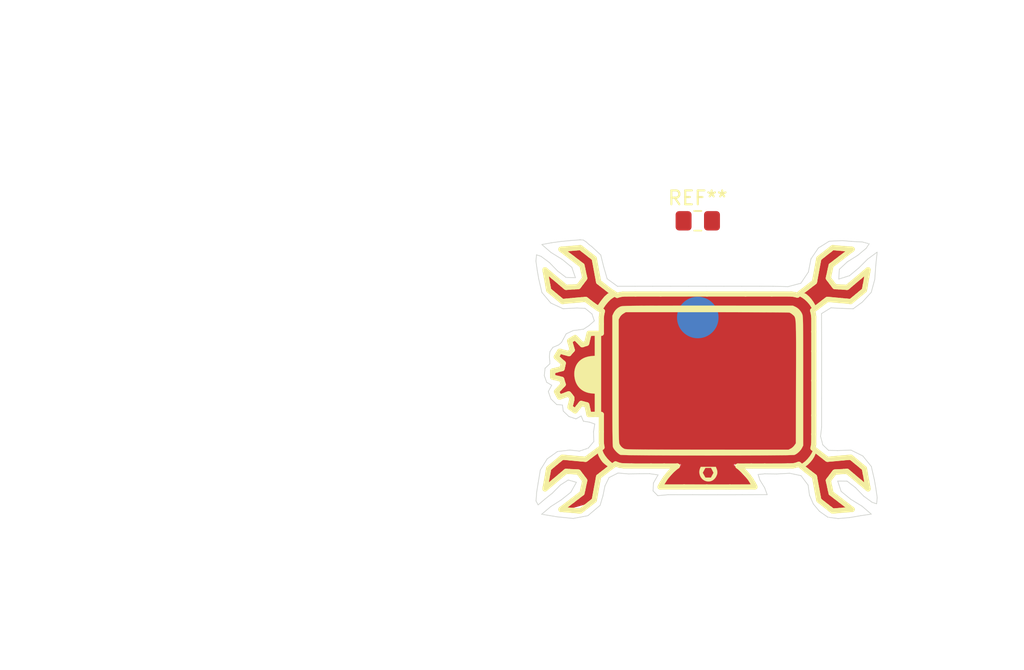
<source format=kicad_pcb>
(kicad_pcb (version 20171130) (host pcbnew 5.0.2-bee76a0~70~ubuntu16.04.1)

  (general
    (thickness 1.6)
    (drawings 17)
    (tracks 0)
    (zones 0)
    (modules 3)
    (nets 1)
  )

  (page USLetter)
  (title_block
    (title "Project Title")
  )

  (layers
    (0 F.Cu signal)
    (31 B.Cu signal)
    (34 B.Paste user)
    (35 F.Paste user)
    (36 B.SilkS user)
    (37 F.SilkS user)
    (38 B.Mask user)
    (39 F.Mask user)
    (44 Edge.Cuts user)
    (46 B.CrtYd user)
    (47 F.CrtYd user)
    (48 B.Fab user)
    (49 F.Fab user)
  )

  (setup
    (last_trace_width 0.254)
    (user_trace_width 0.1524)
    (user_trace_width 0.254)
    (user_trace_width 0.3302)
    (user_trace_width 0.508)
    (user_trace_width 0.762)
    (user_trace_width 1.27)
    (trace_clearance 0.254)
    (zone_clearance 0.508)
    (zone_45_only no)
    (trace_min 0.1524)
    (segment_width 0.1524)
    (edge_width 0.1524)
    (via_size 0.6858)
    (via_drill 0.3302)
    (via_min_size 0.6858)
    (via_min_drill 0.3302)
    (user_via 0.6858 0.3302)
    (user_via 0.762 0.4064)
    (user_via 0.8636 0.508)
    (uvia_size 0.6858)
    (uvia_drill 0.3302)
    (uvias_allowed no)
    (uvia_min_size 0)
    (uvia_min_drill 0)
    (pcb_text_width 0.1524)
    (pcb_text_size 1.016 1.016)
    (mod_edge_width 0.1524)
    (mod_text_size 1.016 1.016)
    (mod_text_width 0.1524)
    (pad_size 1.524 1.524)
    (pad_drill 0.762)
    (pad_to_mask_clearance 0.0762)
    (solder_mask_min_width 0.1016)
    (pad_to_paste_clearance -0.0762)
    (aux_axis_origin 0 0)
    (visible_elements FFFFDF7D)
    (pcbplotparams
      (layerselection 0x310fc_ffffffff)
      (usegerberextensions true)
      (usegerberattributes false)
      (usegerberadvancedattributes false)
      (creategerberjobfile false)
      (excludeedgelayer true)
      (linewidth 0.100000)
      (plotframeref false)
      (viasonmask false)
      (mode 1)
      (useauxorigin false)
      (hpglpennumber 1)
      (hpglpenspeed 20)
      (hpglpendiameter 15.000000)
      (psnegative false)
      (psa4output false)
      (plotreference true)
      (plotvalue true)
      (plotinvisibletext false)
      (padsonsilk false)
      (subtractmaskfromsilk false)
      (outputformat 1)
      (mirror false)
      (drillshape 0)
      (scaleselection 1)
      (outputdirectory "/home/greynaga/Documentos/GitHub/Varios/Maker_Badges/Hack_Regio/01/Gerbers/"))
  )

  (net 0 "")

  (net_class Default "This is the default net class."
    (clearance 0.254)
    (trace_width 0.254)
    (via_dia 0.6858)
    (via_drill 0.3302)
    (uvia_dia 0.6858)
    (uvia_drill 0.3302)
  )

  (module pinhackregio:Pad_Pin (layer F.Cu) (tedit 5BE9DBB0) (tstamp 5C241C39)
    (at 154.94 97.79)
    (fp_text reference REF9** (at -5.97408 5.86232) (layer F.SilkS) hide
      (effects (font (size 1 1) (thickness 0.15)))
    )
    (fp_text value Pad_Pin (at 0 -3.302) (layer F.Fab)
      (effects (font (size 1 1) (thickness 0.15)))
    )
    (pad 1 smd circle (at 0 0) (size 3 3) (layers B.Cu B.Mask))
  )

  (module pinhackregio:pin_regio_all.01 (layer F.Cu) (tedit 5C241BE5) (tstamp 5C246B69)
    (at 155.575 102.235)
    (descr "Imported from Base.svg")
    (tags svg2mod)
    (attr smd)
    (fp_text reference svg2mod (at 0 -13.126215) (layer F.SilkS) hide
      (effects (font (size 1.524 1.524) (thickness 0.3048)))
    )
    (fp_text value G*** (at 0 13.126215) (layer F.SilkS) hide
      (effects (font (size 1.524 1.524) (thickness 0.3048)))
    )
    (fp_poly (pts (xy 9.11535 -9.382666) (xy 8.678788 -9.038156) (xy 8.218523 -8.6727) (xy 8.047095 -7.839814)
      (xy 7.859131 -6.966689) (xy 7.201531 -6.427049) (xy 6.495976 -5.975053) (xy 5.591189 -5.989882)
      (xy 3.303955 -6.003374) (xy 0.12944 -6.012536) (xy -3.848423 -6.015974) (xy -5.751572 -6.004949)
      (xy -6.315368 -5.975053) (xy -6.481284 -5.925995) (xy -6.845637 -6.164671) (xy -7.560012 -6.680609)
      (xy -7.910034 -6.95787) (xy -8.07154 -7.811151) (xy -8.232495 -8.664432) (xy -8.690555 -9.023273)
      (xy -9.148614 -9.381563) (xy -9.516826 -9.356207) (xy -10.045993 -9.308252) (xy -10.206948 -9.285101)
      (xy -9.552104 -8.782944) (xy -8.897812 -8.280235) (xy -8.790876 -7.795166) (xy -8.719769 -7.240092)
      (xy -9.250038 -6.590209) (xy -9.767078 -6.540049) (xy -10.20805 -6.517448) (xy -10.836987 -7.049923)
      (xy -11.478601 -7.568616) (xy -11.399226 -7.027323) (xy -11.306622 -6.499259) (xy -10.905337 -6.16412)
      (xy -10.437356 -5.781576) (xy -9.539426 -5.811342) (xy -8.708745 -5.88741) (xy -8.309114 -5.591407)
      (xy -7.655924 -5.138859) (xy -7.425516 -4.89412) (xy -7.469613 -4.012176) (xy -7.491663 -3.218426)
      (xy -7.948069 -3.200787) (xy -8.404475 -3.183148) (xy -8.483299 -2.870609) (xy -8.597401 -2.52169)
      (xy -8.821194 -2.42192) (xy -9.008606 -2.357979) (xy -9.262716 -2.609333) (xy -9.516826 -2.860687)
      (xy -9.642503 -2.792887) (xy -9.753849 -2.688157) (xy -9.597304 -2.074103) (xy -9.761566 -1.878973)
      (xy -9.915355 -1.713057) (xy -10.199231 -1.789676) (xy -10.522243 -1.881178) (xy -10.636344 -1.763769)
      (xy -10.71131 -1.632579) (xy -10.473185 -1.412093) (xy -10.315537 -0.807961) (xy -10.763675 -0.563222)
      (xy -11.0018 -0.505896) (xy -11.0018 -0.378014) (xy -11.0018 -0.250132) (xy -10.693119 -0.164693)
      (xy -10.384439 -0.078704) (xy -10.305615 0.164933) (xy -10.226791 0.408019) (xy -10.473736 0.668193)
      (xy -10.72068 0.928367) (xy -10.642959 1.033097) (xy -10.551457 1.13838) (xy -10.232304 1.030893)
      (xy -9.927481 0.922854) (xy -9.778102 1.092078) (xy -9.684947 1.749677) (xy -9.744478 1.960242)
      (xy -9.64085 2.042924) (xy -9.520133 2.124504) (xy -9.328311 1.897403) (xy -9.091839 1.655419)
      (xy -8.811822 1.693453) (xy -8.461249 2.197264) (xy -8.416601 2.428223) (xy -7.974526 2.434839)
      (xy -7.504891 2.469014) (xy -7.471818 3.74618) (xy -7.465755 4.995785) (xy -7.566628 5.06634)
      (xy -8.187296 5.522195) (xy -8.707091 5.906942) (xy -9.501392 5.833631) (xy -10.344751 5.759768)
      (xy -10.84746 6.134043) (xy -11.301661 6.50887) (xy -11.398124 7.040241) (xy -11.480255 7.586495)
      (xy -10.836987 7.068353) (xy -10.20805 6.535879) (xy -9.749439 6.557929) (xy -9.230194 6.611948)
      (xy -8.719769 7.259075) (xy -8.790876 7.8147) (xy -8.897812 8.299218) (xy -9.552104 8.801926)
      (xy -10.154582 9.314005) (xy -9.784717 9.353693) (xy -8.686145 9.038398) (xy -8.232495 8.683415)
      (xy -8.07154 7.830134) (xy -7.910034 6.976853) (xy -7.560012 6.702348) (xy -6.915641 6.212868)
      (xy -6.621292 5.998446) (xy -6.368836 6.073411) (xy -3.972704 6.147825) (xy -1.829579 6.177591)
      (xy -2.019197 6.337443) (xy -3.099579 7.532478) (xy -3.1773 7.664769) (xy 0.05668 7.664769)
      (xy 3.290108 7.664769) (xy 3.194748 7.490034) (xy 2.0846 6.298305) (xy 1.945694 6.174282)
      (xy 4.09378 6.147824) (xy 6.454635 6.081678) (xy 6.666853 6.015532) (xy 7.260511 6.487923)
      (xy 7.880077 7.0215) (xy 8.050403 7.876435) (xy 8.218523 8.691682) (xy 8.67989 9.05824)
      (xy 9.117555 9.403301) (xy 9.631839 9.360857) (xy 10.157698 9.306287) (xy 9.51884 8.796964)
      (xy 8.848011 8.202203) (xy 8.741626 7.707763) (xy 8.654535 7.309785) (xy 8.791236 7.105284)
      (xy 9.07897 6.740931) (xy 9.230003 6.581079) (xy 9.701843 6.557928) (xy 10.174235 6.535328)
      (xy 10.80703 7.068353) (xy 11.453605 7.587046) (xy 11.370923 7.046304) (xy 11.274461 6.519894)
      (xy 10.887507 6.190267) (xy 10.422282 5.807173) (xy 9.512225 5.830323) (xy 8.637447 5.874972)
      (xy 7.574704 4.931842) (xy 7.597021 3.493653) (xy 7.61384 0.185879) (xy 7.615457 -3.731009)
      (xy 7.570845 -4.732063) (xy 7.546591 -5.031924) (xy 8.128123 -5.470692) (xy 8.677134 -5.887961)
      (xy 9.510571 -5.811342) (xy 10.422281 -5.788192) (xy 10.887507 -6.171286) (xy 11.27446 -6.500362)
      (xy 11.370923 -7.027324) (xy 11.453605 -7.568066) (xy 10.805927 -7.049372) (xy 10.172581 -6.516347)
      (xy 9.701292 -6.538947) (xy 9.230003 -6.561548) (xy 9.07897 -6.721951) (xy 8.791236 -7.086303)
      (xy 8.654535 -7.290804) (xy 8.741626 -7.688781) (xy 8.848011 -8.183773) (xy 9.524903 -8.783495)
      (xy 10.181401 -9.286203) (xy 9.987924 -9.309905) (xy 9.454899 -9.358412) (xy 9.11535 -9.382666)) (layer F.Cu) (width 0))
    (fp_line (start -9.129015 -10.055105) (end -9.128982 -10.054485) (layer Edge.Cuts) (width 0.052917))
    (fp_line (start -9.129004 -10.055135) (end -9.129015 -10.055105) (layer Edge.Cuts) (width 0.052917))
    (fp_line (start -9.128993 -10.055165) (end -9.129004 -10.055135) (layer Edge.Cuts) (width 0.052917))
    (fp_line (start -9.128982 -10.055185) (end -9.128993 -10.055165) (layer Edge.Cuts) (width 0.052917))
    (fp_line (start -9.128971 -10.055215) (end -9.128982 -10.055185) (layer Edge.Cuts) (width 0.052917))
    (fp_line (start -8.889274 -10.038015) (end -9.128971 -10.055215) (layer Edge.Cuts) (width 0.052917))
    (fp_line (start -8.682848 -9.899935) (end -8.889274 -10.038015) (layer Edge.Cuts) (width 0.052917))
    (fp_line (start -8.489454 -9.718485) (end -8.682848 -9.899935) (layer Edge.Cuts) (width 0.052917))
    (fp_line (start -8.288857 -9.571185) (end -8.489454 -9.718485) (layer Edge.Cuts) (width 0.052917))
    (fp_line (start -7.63847 -8.959945) (end -8.288857 -9.571185) (layer Edge.Cuts) (width 0.052917))
    (fp_line (start -7.421461 -8.088095) (end -7.63847 -8.959945) (layer Edge.Cuts) (width 0.052917))
    (fp_line (start -7.174593 -7.240265) (end -7.421461 -8.088095) (layer Edge.Cuts) (width 0.052917))
    (fp_line (start -6.434631 -6.701035) (end -7.174593 -7.240265) (layer Edge.Cuts) (width 0.052917))
    (fp_line (start -5.162336 -6.704035) (end -6.434631 -6.701035) (layer Edge.Cuts) (width 0.052917))
    (fp_line (start -3.883571 -6.706035) (end -5.162336 -6.704035) (layer Edge.Cuts) (width 0.052917))
    (fp_line (start -2.600037 -6.707035) (end -3.883571 -6.706035) (layer Edge.Cuts) (width 0.052917))
    (fp_line (start -1.313434 -6.707755) (end -2.600037 -6.707035) (layer Edge.Cuts) (width 0.052917))
    (fp_line (start -0.030484 -6.708055) (end -1.313434 -6.707755) (layer Edge.Cuts) (width 0.052917))
    (fp_line (start 1.252143 -6.708065) (end -0.030484 -6.708055) (layer Edge.Cuts) (width 0.052917))
    (fp_line (start 2.532766 -6.707935) (end 1.252143 -6.708065) (layer Edge.Cuts) (width 0.052917))
    (fp_line (start 3.809703 -6.707805) (end 2.532766 -6.707935) (layer Edge.Cuts) (width 0.052917))
    (fp_line (start 4.80393 -6.701805) (end 3.809703 -6.707805) (layer Edge.Cuts) (width 0.052917))
    (fp_line (start 5.881498 -6.675705) (end 4.80393 -6.701805) (layer Edge.Cuts) (width 0.052917))
    (fp_line (start 6.80773 -6.920995) (end 5.881498 -6.675705) (layer Edge.Cuts) (width 0.052917))
    (fp_line (start 7.347954 -7.729475) (end 6.80773 -6.920995) (layer Edge.Cuts) (width 0.052917))
    (fp_line (start 7.534892 -8.673195) (end 7.347954 -7.729475) (layer Edge.Cuts) (width 0.052917))
    (fp_line (start 8.066317 -9.464855) (end 7.534892 -8.673195) (layer Edge.Cuts) (width 0.052917))
    (fp_line (start 8.852752 -9.956435) (end 8.066317 -9.464855) (layer Edge.Cuts) (width 0.052917))
    (fp_line (start 9.80472 -9.999935) (end 8.852752 -9.956435) (layer Edge.Cuts) (width 0.052917))
    (fp_line (start 10.465553 -9.940235) (end 9.80472 -9.999935) (layer Edge.Cuts) (width 0.052917))
    (fp_line (start 11.245149 -9.899835) (end 10.465553 -9.940235) (layer Edge.Cuts) (width 0.052917))
    (fp_line (start 11.734266 -9.771425) (end 11.245149 -9.899835) (layer Edge.Cuts) (width 0.052917))
    (fp_line (start 11.523662 -9.447805) (end 11.734266 -9.771425) (layer Edge.Cuts) (width 0.052917))
    (fp_line (start 10.9109 -8.935455) (end 11.523662 -9.447805) (layer Edge.Cuts) (width 0.052917))
    (fp_line (start 10.152251 -8.461755) (end 10.9109 -8.935455) (layer Edge.Cuts) (width 0.052917))
    (fp_line (start 9.583839 -7.924595) (end 10.152251 -8.461755) (layer Edge.Cuts) (width 0.052917))
    (fp_line (start 9.541789 -7.221845) (end 9.583839 -7.924595) (layer Edge.Cuts) (width 0.052917))
    (fp_line (start 10.312252 -7.463345) (end 9.541789 -7.221845) (layer Edge.Cuts) (width 0.052917))
    (fp_line (start 10.98191 -8.018325) (end 10.312252 -7.463345) (layer Edge.Cuts) (width 0.052917))
    (fp_line (start 11.624385 -8.661375) (end 10.98191 -8.018325) (layer Edge.Cuts) (width 0.052917))
    (fp_line (start 12.313299 -9.167085) (end 11.624385 -8.661375) (layer Edge.Cuts) (width 0.052917))
    (fp_line (start 12.212496 -8.203985) (end 12.313299 -9.167085) (layer Edge.Cuts) (width 0.052917))
    (fp_line (start 12.139196 -7.188795) (end 12.212496 -8.203985) (layer Edge.Cuts) (width 0.052917))
    (fp_line (start 11.883956 -6.259715) (end 12.139196 -7.188795) (layer Edge.Cuts) (width 0.052917))
    (fp_line (start 11.237324 -5.554975) (end 11.883956 -6.259715) (layer Edge.Cuts) (width 0.052917))
    (fp_line (start 10.585533 -5.076455) (end 11.237324 -5.554975) (layer Edge.Cuts) (width 0.052917))
    (fp_line (start 9.783175 -5.100555) (end 10.585533 -5.076455) (layer Edge.Cuts) (width 0.052917))
    (fp_line (start 8.972846 -5.144455) (end 9.783175 -5.100555) (layer Edge.Cuts) (width 0.052917))
    (fp_line (start 8.297142 -4.725455) (end 8.972846 -5.144455) (layer Edge.Cuts) (width 0.052917))
    (fp_line (start 8.305842 -2.684095) (end 8.297142 -4.725455) (layer Edge.Cuts) (width 0.052917))
    (fp_line (start 8.306218 -0.632775) (end 8.305842 -2.684095) (layer Edge.Cuts) (width 0.052917))
    (fp_line (start 8.303618 1.421495) (end 8.306218 -0.632775) (layer Edge.Cuts) (width 0.052917))
    (fp_line (start 8.303373 3.471665) (end 8.303618 1.421495) (layer Edge.Cuts) (width 0.052917))
    (fp_line (start 8.226983 4.137265) (end 8.303373 3.471665) (layer Edge.Cuts) (width 0.052917))
    (fp_line (start 8.389943 4.753255) (end 8.226983 4.137265) (layer Edge.Cuts) (width 0.052917))
    (fp_line (start 8.799377 5.151795) (end 8.389943 4.753255) (layer Edge.Cuts) (width 0.052917))
    (fp_line (start 9.462402 5.164995) (end 8.799377 5.151795) (layer Edge.Cuts) (width 0.052917))
    (fp_line (start 10.426246 5.135295) (end 9.462402 5.164995) (layer Edge.Cuts) (width 0.052917))
    (fp_line (start 11.282705 5.560495) (end 10.426246 5.135295) (layer Edge.Cuts) (width 0.052917))
    (fp_line (start 11.891436 6.315975) (end 11.282705 5.560495) (layer Edge.Cuts) (width 0.052917))
    (fp_line (start 12.112094 7.277195) (end 11.891436 6.315975) (layer Edge.Cuts) (width 0.052917))
    (fp_line (start 12.216868 7.880275) (end 12.112094 7.277195) (layer Edge.Cuts) (width 0.052917))
    (fp_line (start 12.317319 8.564245) (end 12.216868 7.880275) (layer Edge.Cuts) (width 0.052917))
    (fp_line (start 12.275529 9.012185) (end 12.317319 8.564245) (layer Edge.Cuts) (width 0.052917))
    (fp_line (start 11.953591 8.907185) (end 12.275529 9.012185) (layer Edge.Cuts) (width 0.052917))
    (fp_line (start 11.340198 8.459965) (end 11.953591 8.907185) (layer Edge.Cuts) (width 0.052917))
    (fp_line (start 10.750095 7.844615) (end 11.340198 8.459965) (layer Edge.Cuts) (width 0.052917))
    (fp_line (start 10.139493 7.375245) (end 10.750095 7.844615) (layer Edge.Cuts) (width 0.052917))
    (fp_line (start 9.464603 7.366245) (end 10.139493 7.375245) (layer Edge.Cuts) (width 0.052917))
    (fp_line (start 9.713062 8.115655) (end 9.464603 7.366245) (layer Edge.Cuts) (width 0.052917))
    (fp_line (start 10.400695 8.682355) (end 9.713062 8.115655) (layer Edge.Cuts) (width 0.052917))
    (fp_line (start 11.225792 9.189075) (end 10.400695 8.682355) (layer Edge.Cuts) (width 0.052917))
    (fp_line (start 11.886643 9.758515) (end 11.225792 9.189075) (layer Edge.Cuts) (width 0.052917))
    (fp_line (start 11.106431 9.873585) (end 11.886643 9.758515) (layer Edge.Cuts) (width 0.052917))
    (fp_line (start 10.297714 10.011115) (end 11.106431 9.873585) (layer Edge.Cuts) (width 0.052917))
    (fp_line (start 9.499909 10.078015) (end 10.297714 10.011115) (layer Edge.Cuts) (width 0.052917))
    (fp_line (start 8.752433 9.981215) (end 9.499909 10.078015) (layer Edge.Cuts) (width 0.052917))
    (fp_line (start 8.145555 9.554165) (end 8.752433 9.981215) (layer Edge.Cuts) (width 0.052917))
    (fp_line (start 7.703773 9.022945) (end 8.145555 9.554165) (layer Edge.Cuts) (width 0.052917))
    (fp_line (start 7.42996 8.390155) (end 7.703773 9.022945) (layer Edge.Cuts) (width 0.052917))
    (fp_line (start 7.326991 7.658395) (end 7.42996 8.390155) (layer Edge.Cuts) (width 0.052917))
    (fp_line (start 6.817179 6.979275) (end 7.326991 7.658395) (layer Edge.Cuts) (width 0.052917))
    (fp_line (start 5.99751 6.806715) (end 6.817179 6.979275) (layer Edge.Cuts) (width 0.052917))
    (fp_line (start 5.059994 6.857115) (end 5.99751 6.806715) (layer Edge.Cuts) (width 0.052917))
    (fp_line (start 4.196639 6.846915) (end 5.059994 6.857115) (layer Edge.Cuts) (width 0.052917))
    (fp_line (start 3.721063 6.891415) (end 4.196639 6.846915) (layer Edge.Cuts) (width 0.052917))
    (fp_line (start 3.846999 7.297745) (end 3.721063 6.891415) (layer Edge.Cuts) (width 0.052917))
    (fp_line (start 4.192268 7.854745) (end 3.846999 7.297745) (layer Edge.Cuts) (width 0.052917))
    (fp_line (start 4.374682 8.351225) (end 4.192268 7.854745) (layer Edge.Cuts) (width 0.052917))
    (fp_line (start 2.585313 8.360225) (end 4.374682 8.351225) (layer Edge.Cuts) (width 0.052917))
    (fp_line (start 0.79593 8.362225) (end 2.585313 8.360225) (layer Edge.Cuts) (width 0.052917))
    (fp_line (start -0.993459 8.360225) (end 0.79593 8.362225) (layer Edge.Cuts) (width 0.052917))
    (fp_line (start -2.782847 8.357225) (end -0.993459 8.360225) (layer Edge.Cuts) (width 0.052917))
    (fp_line (start -3.524803 8.424325) (end -2.782847 8.357225) (layer Edge.Cuts) (width 0.052917))
    (fp_line (start -3.860789 8.081505) (end -3.524803 8.424325) (layer Edge.Cuts) (width 0.052917))
    (fp_line (start -3.837909 7.517845) (end -3.860789 8.081505) (layer Edge.Cuts) (width 0.052917))
    (fp_line (start -3.503281 6.922425) (end -3.837909 7.517845) (layer Edge.Cuts) (width 0.052917))
    (fp_line (start -4.110391 6.837225) (end -3.503281 6.922425) (layer Edge.Cuts) (width 0.052917))
    (fp_line (start -4.853641 6.842225) (end -4.110391 6.837225) (layer Edge.Cuts) (width 0.052917))
    (fp_line (start -5.642976 6.853525) (end -4.853641 6.842225) (layer Edge.Cuts) (width 0.052917))
    (fp_line (start -6.388342 6.786825) (end -5.642976 6.853525) (layer Edge.Cuts) (width 0.052917))
    (fp_line (start -7.037923 7.115685) (end -6.388342 6.786825) (layer Edge.Cuts) (width 0.052917))
    (fp_line (start -7.335308 7.720705) (end -7.037923 7.115685) (layer Edge.Cuts) (width 0.052917))
    (fp_line (start -7.483324 8.442935) (end -7.335308 7.720705) (layer Edge.Cuts) (width 0.052917))
    (fp_line (start -7.6848 9.123425) (end -7.483324 8.442935) (layer Edge.Cuts) (width 0.052917))
    (fp_line (start -8.569118 9.872805) (end -7.6848 9.123425) (layer Edge.Cuts) (width 0.052917))
    (fp_line (start -9.629059 10.070085) (end -8.569118 9.872805) (layer Edge.Cuts) (width 0.052917))
    (fp_line (start -10.771483 9.955135) (end -9.629059 10.070085) (layer Edge.Cuts) (width 0.052917))
    (fp_line (start -11.90325 9.767795) (end -10.771483 9.955135) (layer Edge.Cuts) (width 0.052917))
    (fp_line (start -11.245067 9.211745) (end -11.90325 9.767795) (layer Edge.Cuts) (width 0.052917))
    (fp_line (start -10.480373 8.722395) (end -11.245067 9.211745) (layer Edge.Cuts) (width 0.052917))
    (fp_line (start -9.800662 8.179035) (end -10.480373 8.722395) (layer Edge.Cuts) (width 0.052917))
    (fp_line (start -9.397426 7.460965) (end -9.800662 8.179035) (layer Edge.Cuts) (width 0.052917))
    (fp_line (start -9.985184 7.291735) (end -9.397426 7.460965) (layer Edge.Cuts) (width 0.052917))
    (fp_line (start -10.556257 7.658545) (end -9.985184 7.291735) (layer Edge.Cuts) (width 0.052917))
    (fp_line (start -11.114885 8.228915) (end -10.556257 7.658545) (layer Edge.Cuts) (width 0.052917))
    (fp_line (start -11.665311 8.670385) (end -11.114885 8.228915) (layer Edge.Cuts) (width 0.052917))
    (fp_line (start -12.159294 9.091815) (end -11.665311 8.670385) (layer Edge.Cuts) (width 0.052917))
    (fp_line (start -12.310964 8.808425) (end -12.159294 9.091815) (layer Edge.Cuts) (width 0.052917))
    (fp_line (start -12.262682 8.163715) (end -12.310964 8.808425) (layer Edge.Cuts) (width 0.052917))
    (fp_line (start -12.156809 7.501205) (end -12.262682 8.163715) (layer Edge.Cuts) (width 0.052917))
    (fp_line (start -11.999814 6.570075) (end -12.156809 7.501205) (layer Edge.Cuts) (width 0.052917))
    (fp_line (start -11.503807 5.764935) (end -11.999814 6.570075) (layer Edge.Cuts) (width 0.052917))
    (fp_line (start -10.761451 5.234835) (end -11.503807 5.764935) (layer Edge.Cuts) (width 0.052917))
    (fp_line (start -9.865408 5.128775) (end -10.761451 5.234835) (layer Edge.Cuts) (width 0.052917))
    (fp_line (start -9.182211 5.205575) (end -9.865408 5.128775) (layer Edge.Cuts) (width 0.052917))
    (fp_line (start -8.543905 4.992945) (end -9.182211 5.205575) (layer Edge.Cuts) (width 0.052917))
    (fp_line (start -8.139985 4.516965) (end -8.543905 4.992945) (layer Edge.Cuts) (width 0.052917))
    (fp_line (start -8.159947 3.803665) (end -8.139985 4.516965) (layer Edge.Cuts) (width 0.052917))
    (fp_line (start -8.069026 3.248845) (end -8.159947 3.803665) (layer Edge.Cuts) (width 0.052917))
    (fp_line (start -8.440137 3.117895) (end -8.069026 3.248845) (layer Edge.Cuts) (width 0.052917))
    (fp_line (start -8.894395 3.045695) (end -8.440137 3.117895) (layer Edge.Cuts) (width 0.052917))
    (fp_line (start -9.052917 2.667085) (end -8.894395 3.045695) (layer Edge.Cuts) (width 0.052917))
    (fp_line (start -9.430195 2.878755) (end -9.052917 2.667085) (layer Edge.Cuts) (width 0.052917))
    (fp_line (start -9.939706 2.705865) (end -9.430195 2.878755) (layer Edge.Cuts) (width 0.052917))
    (fp_line (start -10.343717 2.316265) (end -9.939706 2.705865) (layer Edge.Cuts) (width 0.052917))
    (fp_line (start -10.404497 1.877745) (end -10.343717 2.316265) (layer Edge.Cuts) (width 0.052917))
    (fp_line (start -10.82229 1.841445) (end -10.404497 1.877745) (layer Edge.Cuts) (width 0.052917))
    (fp_line (start -11.234325 1.439935) (end -10.82229 1.841445) (layer Edge.Cuts) (width 0.052917))
    (fp_line (start -11.42506 0.900845) (end -11.234325 1.439935) (layer Edge.Cuts) (width 0.052917))
    (fp_line (start -11.178954 0.451765) (end -11.42506 0.900845) (layer Edge.Cuts) (width 0.052917))
    (fp_line (start -11.541273 0.235325) (end -11.178954 0.451765) (layer Edge.Cuts) (width 0.052917))
    (fp_line (start -11.716786 -0.253285) (end -11.541273 0.235325) (layer Edge.Cuts) (width 0.052917))
    (fp_line (start -11.657006 -0.777975) (end -11.716786 -0.253285) (layer Edge.Cuts) (width 0.052917))
    (fp_line (start -11.31345 -1.102665) (end -11.657006 -0.777975) (layer Edge.Cuts) (width 0.052917))
    (fp_line (start -11.3167 -1.293475) (end -11.31345 -1.102665) (layer Edge.Cuts) (width 0.052917))
    (fp_line (start -11.348728 -1.614825) (end -11.3167 -1.293475) (layer Edge.Cuts) (width 0.052917))
    (fp_line (start -11.308408 -1.976785) (end -11.348728 -1.614825) (layer Edge.Cuts) (width 0.052917))
    (fp_line (start -11.094616 -2.289435) (end -11.308408 -1.976785) (layer Edge.Cuts) (width 0.052917))
    (fp_line (start -10.675198 -2.465465) (end -11.094616 -2.289435) (layer Edge.Cuts) (width 0.052917))
    (fp_line (start -10.470878 -2.646285) (end -10.675198 -2.465465) (layer Edge.Cuts) (width 0.052917))
    (fp_line (start -10.337822 -2.893425) (end -10.470878 -2.646285) (layer Edge.Cuts) (width 0.052917))
    (fp_line (start -10.132194 -3.268395) (end -10.337822 -2.893425) (layer Edge.Cuts) (width 0.052917))
    (fp_line (start -9.617255 -3.504945) (end -10.132194 -3.268395) (layer Edge.Cuts) (width 0.052917))
    (fp_line (start -9.229305 -3.550145) (end -9.617255 -3.504945) (layer Edge.Cuts) (width 0.052917))
    (fp_line (start -8.879251 -3.604445) (end -9.229305 -3.550145) (layer Edge.Cuts) (width 0.052917))
    (fp_line (start -8.477997 -3.868135) (end -8.879251 -3.604445) (layer Edge.Cuts) (width 0.052917))
    (fp_line (start -8.102273 -4.201145) (end -8.477997 -3.868135) (layer Edge.Cuts) (width 0.052917))
    (fp_line (start -8.273464 -4.703655) (end -8.102273 -4.201145) (layer Edge.Cuts) (width 0.052917))
    (fp_line (start -8.766718 -5.104385) (end -8.273464 -4.703655) (layer Edge.Cuts) (width 0.052917))
    (fp_line (start -9.357185 -5.132085) (end -8.766718 -5.104385) (layer Edge.Cuts) (width 0.052917))
    (fp_line (start -10.358415 -5.079385) (end -9.357185 -5.132085) (layer Edge.Cuts) (width 0.052917))
    (fp_line (start -11.250247 -5.492865) (end -10.358415 -5.079385) (layer Edge.Cuts) (width 0.052917))
    (fp_line (start -11.885394 -6.251535) (end -11.250247 -5.492865) (layer Edge.Cuts) (width 0.052917))
    (fp_line (start -12.116569 -7.234425) (end -11.885394 -6.251535) (layer Edge.Cuts) (width 0.052917))
    (fp_line (start -12.221187 -7.837175) (end -12.116569 -7.234425) (layer Edge.Cuts) (width 0.052917))
    (fp_line (start -12.318476 -8.521805) (end -12.221187 -7.837175) (layer Edge.Cuts) (width 0.052917))
    (fp_line (start -12.274112 -8.970625) (end -12.318476 -8.521805) (layer Edge.Cuts) (width 0.052917))
    (fp_line (start -11.953774 -8.865965) (end -12.274112 -8.970625) (layer Edge.Cuts) (width 0.052917))
    (fp_line (start -11.344282 -8.414565) (end -11.953774 -8.865965) (layer Edge.Cuts) (width 0.052917))
    (fp_line (start -10.751157 -7.801575) (end -11.344282 -8.414565) (layer Edge.Cuts) (width 0.052917))
    (fp_line (start -10.138167 -7.335095) (end -10.751157 -7.801575) (layer Edge.Cuts) (width 0.052917))
    (fp_line (start -9.469082 -7.323195) (end -10.138167 -7.335095) (layer Edge.Cuts) (width 0.052917))
    (fp_line (start -9.72676 -8.070585) (end -9.469082 -7.323195) (layer Edge.Cuts) (width 0.052917))
    (fp_line (start -10.413545 -8.637295) (end -9.72676 -8.070585) (layer Edge.Cuts) (width 0.052917))
    (fp_line (start -11.233608 -9.145025) (end -10.413545 -8.637295) (layer Edge.Cuts) (width 0.052917))
    (fp_line (start -11.891122 -9.715465) (end -11.233608 -9.145025) (layer Edge.Cuts) (width 0.052917))
    (fp_line (start -11.205796 -9.842085) (end -11.891122 -9.715465) (layer Edge.Cuts) (width 0.052917))
    (fp_line (start -10.516206 -9.935785) (end -11.205796 -9.842085) (layer Edge.Cuts) (width 0.052917))
    (fp_line (start -9.823539 -10.004085) (end -10.516206 -9.935785) (layer Edge.Cuts) (width 0.052917))
    (fp_line (start -9.128982 -10.054485) (end -9.823539 -10.004085) (layer Edge.Cuts) (width 0.052917))
    (fp_poly (pts (xy -4.913127 1.452765) (xy -4.913127 1.069355) (xy 0.030946 1.069355) (xy 4.975018 1.069355)
      (xy 4.975018 1.452765) (xy 4.975018 1.836195) (xy 0.030946 1.836195) (xy -4.913127 1.836195)
      (xy -4.913127 1.452765)) (layer F.Mask) (width 0.006127))
    (fp_poly (pts (xy -2.704336 -1.670175) (xy -2.704336 -2.467405) (xy -1.990152 -2.467405) (xy -1.275969 -2.467405)
      (xy -1.275969 -1.670175) (xy -1.275969 -0.872945) (xy -1.990152 -0.872945) (xy -2.704336 -0.872945)
      (xy -2.704336 -1.670175)) (layer F.Mask) (width 0.006228))
    (fp_poly (pts (xy 1.306283 -1.669795) (xy 1.306283 -2.467025) (xy 2.037078 -2.467025) (xy 2.767874 -2.467025)
      (xy 2.767874 -1.669795) (xy 2.767874 -0.872565) (xy 2.037078 -0.872565) (xy 1.306283 -0.872565)
      (xy 1.306283 -1.669795)) (layer F.Mask) (width 0.006228))
    (fp_poly (pts (xy -0.163856 7.321985) (xy -0.276779 6.768185) (xy -0.179779 6.944065) (xy -0.082779 7.119945)
      (xy 0.114461 7.120455) (xy 0.311702 7.120965) (xy 0.406872 6.946105) (xy 0.406876 6.946105)
      (xy 0.502046 6.771245) (xy 0.411886 6.593325) (xy 0.321726 6.415415) (xy 0.119473 6.415915)
      (xy -0.082779 6.416425) (xy -0.179779 6.592305) (xy -0.276779 6.768185) (xy -0.163856 7.321985)
      (xy -0.217296 7.291785) (xy -0.267056 7.256185) (xy -0.312956 7.215685) (xy -0.354816 7.170785)
      (xy -0.392446 7.121985) (xy -0.425676 7.069785) (xy -0.454306 7.014685) (xy -0.478166 6.957185)
      (xy -0.497066 6.897785) (xy -0.510826 6.836985) (xy -0.519226 6.775285) (xy -0.522126 6.713185)
      (xy -0.519326 6.651185) (xy -0.510726 6.589785) (xy -0.496036 6.529485) (xy -0.475106 6.470785)
      (xy -0.471706 6.462785) (xy -0.468306 6.454785) (xy -0.464906 6.446785) (xy -0.461506 6.438785)
      (xy -0.458106 6.430785) (xy -0.454706 6.422785) (xy -0.451306 6.414785) (xy -0.447906 6.406785)
      (xy -0.444506 6.398785) (xy -0.441106 6.390785) (xy -0.437706 6.382785) (xy -0.434306 6.374785)
      (xy -0.430906 6.366785) (xy -0.427506 6.358785) (xy -0.424106 6.350785) (xy -0.420706 6.342785)
      (xy -0.386656 6.342785) (xy -0.352606 6.342785) (xy -0.318556 6.342785) (xy -0.284506 6.342785)
      (xy -0.250456 6.342785) (xy -0.216406 6.342785) (xy -0.182356 6.342785) (xy -0.148306 6.342785)
      (xy -0.114256 6.342785) (xy -0.080206 6.342785) (xy -0.046156 6.342785) (xy -0.012106 6.342785)
      (xy 0.021944 6.342785) (xy 0.055994 6.342785) (xy 0.090044 6.342785) (xy 0.124094 6.342785)
      (xy 0.158144 6.342785) (xy 0.192194 6.342785) (xy 0.226244 6.342785) (xy 0.260294 6.342785)
      (xy 0.294344 6.342785) (xy 0.328394 6.342785) (xy 0.362444 6.342785) (xy 0.396494 6.342785)
      (xy 0.430544 6.342785) (xy 0.464594 6.342785) (xy 0.498644 6.342785) (xy 0.532694 6.342785)
      (xy 0.566744 6.342785) (xy 0.600794 6.342785) (xy 0.634844 6.342785) (xy 0.668894 6.342785)
      (xy 0.672394 6.351785) (xy 0.675894 6.360785) (xy 0.679394 6.369785) (xy 0.682894 6.378785)
      (xy 0.686394 6.387785) (xy 0.689894 6.396785) (xy 0.693394 6.405785) (xy 0.696894 6.414785)
      (xy 0.700394 6.423785) (xy 0.703894 6.432785) (xy 0.707394 6.441785) (xy 0.710894 6.450785)
      (xy 0.714394 6.459785) (xy 0.717894 6.468785) (xy 0.721394 6.477785) (xy 0.724894 6.486785)
      (xy 0.737814 6.520985) (xy 0.748934 6.554485) (xy 0.758234 6.587385) (xy 0.765734 6.619785)
      (xy 0.771434 6.651785) (xy 0.775334 6.683385) (xy 0.777434 6.714685) (xy 0.777723 6.745785)
      (xy 0.776223 6.776785) (xy 0.772923 6.807785) (xy 0.767723 6.838785) (xy 0.760723 6.869985)
      (xy 0.751923 6.901385) (xy 0.741323 6.933085) (xy 0.728903 6.965085) (xy 0.714653 6.997585)
      (xy 0.680703 7.063385) (xy 0.642513 7.123685) (xy 0.600383 7.178385) (xy 0.554623 7.227385)
      (xy 0.505553 7.270585) (xy 0.453473 7.307785) (xy 0.398693 7.338985) (xy 0.341513 7.363985)
      (xy 0.282253 7.382685) (xy 0.221213 7.394985) (xy 0.158713 7.400985) (xy 0.095053 7.400095)
      (xy 0.030543 7.392095) (xy -0.034517 7.377595) (xy -0.099807 7.356095) (xy -0.165027 7.327495)
      (xy -0.165028 7.327495) (xy -0.165029 7.327495) (xy -0.16503 7.327495) (xy -0.165031 7.327495)
      (xy -0.165032 7.327495) (xy -0.165033 7.327495) (xy -0.165034 7.327495) (xy -0.163856 7.321985)) (layer F.SilkS) (width 0.006615))
    (fp_poly (pts (xy 6.923249 6.266015) (xy 6.877389 6.225615) (xy 6.842149 6.190715) (xy 6.820999 6.165015)
      (xy 6.817399 6.152215) (xy 6.833629 6.141215) (xy 6.866389 6.120615) (xy 6.910919 6.093315)
      (xy 6.962469 6.062115) (xy 7.122627 5.937655) (xy 7.298232 5.758265) (xy 7.458756 5.558385)
      (xy 7.57367 5.372455) (xy 7.59743 5.323855) (xy 7.62119 5.275255) (xy 7.64495 5.226655)
      (xy 7.66871 5.178055) (xy 7.69431 5.196955) (xy 7.71991 5.215855) (xy 7.74551 5.234755)
      (xy 7.77111 5.253655) (xy 7.81088 5.286255) (xy 7.84344 5.319055) (xy 7.86544 5.348255)
      (xy 7.87354 5.370055) (xy 7.86474 5.403455) (xy 7.84082 5.464255) (xy 7.80542 5.543855)
      (xy 7.76219 5.633555) (xy 7.645064 5.819995) (xy 7.483884 6.016525) (xy 7.308315 6.190505)
      (xy 7.148026 6.309285) (xy 7.086956 6.340385) (xy 7.042116 6.346385) (xy 6.994026 6.322785)
      (xy 6.923236 6.266285) (xy 6.923236 6.266305) (xy 6.923236 6.266335) (xy 6.923236 6.266355)
      (xy 6.923249 6.266015)) (layer F.SilkS) (width 0.006615))
    (fp_poly (pts (xy 7.554418 -5.182205) (xy 7.437694 -5.366275) (xy 7.268964 -5.563995) (xy 7.078269 -5.743825)
      (xy 6.895647 -5.874205) (xy 6.848887 -5.900605) (xy 6.802127 -5.927005) (xy 6.755367 -5.953405)
      (xy 6.708607 -5.979805) (xy 6.749217 -6.010805) (xy 6.789827 -6.041805) (xy 6.830437 -6.072805)
      (xy 6.871047 -6.103805) (xy 6.993408 -6.184505) (xy 7.095106 -6.194805) (xy 7.218195 -6.123405)
      (xy 7.404725 -5.958775) (xy 7.557827 -5.788665) (xy 7.710104 -5.576665) (xy 7.826892 -5.375935)
      (xy 7.873522 -5.239655) (xy 7.864022 -5.218955) (xy 7.838122 -5.188155) (xy 7.799792 -5.151455)
      (xy 7.752992 -5.112955) (xy 7.722862 -5.089955) (xy 7.692722 -5.066955) (xy 7.662592 -5.043955)
      (xy 7.632452 -5.020955) (xy 7.612942 -5.061255) (xy 7.593432 -5.101555) (xy 7.573922 -5.141855)
      (xy 7.554412 -5.182155) (xy 7.554411 -5.182145) (xy 7.55441 -5.182135) (xy 7.554409 -5.182125)
      (xy 7.554418 -5.182205)) (layer F.SilkS) (width 0.006615))
    (fp_poly (pts (xy -6.202291 5.482015) (xy -6.314309 4.543185) (xy -6.297957 4.650245) (xy -6.276434 4.706845)
      (xy -6.243806 4.765145) (xy -6.20818 4.818545) (xy -6.16935 4.867145) (xy -6.127111 4.911245)
      (xy -6.081258 4.951045) (xy -6.031587 4.986645) (xy -5.977893 5.018245) (xy -5.919971 5.046145)
      (xy -5.843175 5.061945) (xy -5.66422 5.074345) (xy -5.338324 5.083345) (xy -4.820704 5.090345)
      (xy -4.066581 5.095345) (xy -3.031173 5.098345) (xy -1.669695 5.100345) (xy 0.062631 5.101115)
      (xy 0.795054 5.101235) (xy 1.527475 5.101365) (xy 2.259899 5.101485) (xy 2.992322 5.101615)
      (xy 3.724745 5.101735) (xy 4.457167 5.101865) (xy 5.18959 5.101985) (xy 5.922013 5.102115)
      (xy 5.941443 5.091815) (xy 5.960883 5.081515) (xy 5.980313 5.071215) (xy 5.999753 5.060915)
      (xy 6.019193 5.050615) (xy 6.038623 5.040315) (xy 6.058063 5.030015) (xy 6.077493 5.019715)
      (xy 6.077489 5.019775) (xy 6.077485 5.019825) (xy 6.077481 5.019885) (xy 6.077478 5.019935)
      (xy 6.077474 5.019995) (xy 6.07747 5.020055) (xy 6.077466 5.020105) (xy 6.077668 5.022125)
      (xy 6.111058 5.002625) (xy 6.146388 4.978425) (xy 6.182578 4.950625) (xy 6.218558 4.920025)
      (xy 6.253258 4.887725) (xy 6.285608 4.854625) (xy 6.314538 4.821625) (xy 6.338968 4.789725)
      (xy 6.352198 4.770925) (xy 6.365428 4.752125) (xy 6.378658 4.733325) (xy 6.391888 4.714525)
      (xy 6.405118 4.695725) (xy 6.418348 4.676925) (xy 6.431578 4.658125) (xy 6.444808 4.639325)
      (xy 6.446008 4.085185) (xy 6.447208 3.531035) (xy 6.448408 2.976895) (xy 6.449608 2.422745)
      (xy 6.450808 1.868605) (xy 6.452008 1.314465) (xy 6.453208 0.760315) (xy 6.454408 0.206175)
      (xy 6.458208 -1.414535) (xy 6.459168 -2.607715) (xy 6.453868 -3.442275) (xy 6.438898 -3.987105)
      (xy 6.410858 -4.311115) (xy 6.366328 -4.483195) (xy 6.301898 -4.572295) (xy 6.214158 -4.647195)
      (xy 6.184408 -4.672795) (xy 6.152788 -4.697795) (xy 6.120268 -4.721495) (xy 6.087818 -4.743295)
      (xy 6.056408 -4.762595) (xy 6.027008 -4.778795) (xy 6.000578 -4.791195) (xy 5.978088 -4.799195)
      (xy 5.83884 -4.805195) (xy 5.47777 -4.810195) (xy 4.919312 -4.815195) (xy 4.187897 -4.819195)
      (xy 3.307956 -4.822195) (xy 2.303923 -4.825195) (xy 1.200228 -4.827195) (xy 0.021304 -4.827755)
      (xy -0.711056 -4.827755) (xy -1.443416 -4.827755) (xy -2.175776 -4.827755) (xy -2.908136 -4.827755)
      (xy -3.640496 -4.827755) (xy -4.372856 -4.827755) (xy -5.105216 -4.827755) (xy -5.837576 -4.827755)
      (xy -5.858936 -4.814555) (xy -5.880296 -4.801355) (xy -5.901656 -4.788155) (xy -5.923016 -4.774955)
      (xy -5.944376 -4.761755) (xy -5.965736 -4.748555) (xy -5.987096 -4.735355) (xy -6.008456 -4.722155)
      (xy -6.049337 -4.695155) (xy -6.087749 -4.666355) (xy -6.123605 -4.635855) (xy -6.156816 -4.603755)
      (xy -6.187294 -4.570155) (xy -6.214951 -4.535055) (xy -6.239699 -4.498655) (xy -6.26145 -4.460955)
      (xy -6.271714 -4.441555) (xy -6.281978 -4.422155) (xy -6.292242 -4.402755) (xy -6.302506 -4.383355)
      (xy -6.31277 -4.363955) (xy -6.323034 -4.344555) (xy -6.333298 -4.325155) (xy -6.343562 -4.305755)
      (xy -6.343562 -3.750645) (xy -6.343562 -3.195545) (xy -6.343562 -2.640435) (xy -6.343562 -2.085325)
      (xy -6.343562 -1.530215) (xy -6.343562 -0.975115) (xy -6.343562 -0.420005) (xy -6.343562 0.135105)
      (xy -6.34334 1.559705) (xy -6.3422 2.643905) (xy -6.33944 3.436035) (xy -6.33434 3.984405)
      (xy -6.3262 4.337345) (xy -6.314309 4.543185) (xy -6.202291 5.482015) (xy -6.274225 5.449015)
      (xy -6.355583 5.394415) (xy -6.441323 5.323515) (xy -6.526403 5.241515) (xy -6.605782 5.153615)
      (xy -6.674418 5.065015) (xy -6.72727 4.980915) (xy -6.759296 4.906615) (xy -6.770459 4.813715)
      (xy -6.779669 4.607255) (xy -6.787059 4.271305) (xy -6.792769 3.789905) (xy -6.796949 3.147135)
      (xy -6.799729 2.327055) (xy -6.801259 1.313715) (xy -6.801672 0.091195) (xy -6.801629 -0.492585)
      (xy -6.801587 -1.076355) (xy -6.801545 -1.660135) (xy -6.801502 -2.243905) (xy -6.80146 -2.827685)
      (xy -6.801417 -3.411465) (xy -6.801375 -3.995235) (xy -6.801333 -4.579015) (xy -6.790892 -4.601015)
      (xy -6.780451 -4.623115) (xy -6.77001 -4.645215) (xy -6.759569 -4.667215) (xy -6.749128 -4.689315)
      (xy -6.738687 -4.711315) (xy -6.728246 -4.733415) (xy -6.717805 -4.755515) (xy -6.676897 -4.833215)
      (xy -6.630105 -4.906015) (xy -6.57764 -4.973715) (xy -6.519712 -5.036115) (xy -6.456531 -5.093115)
      (xy -6.388308 -5.144415) (xy -6.315254 -5.189815) (xy -6.237579 -5.229115) (xy -6.171775 -5.252715)
      (xy -6.044284 -5.270415) (xy -5.782587 -5.283215) (xy -5.314166 -5.292215) (xy -4.566501 -5.297215)
      (xy -3.467074 -5.300215) (xy -1.943365 -5.301215) (xy 0.077143 -5.301515) (xy 0.84664 -5.301565)
      (xy 1.616136 -5.301615) (xy 2.385632 -5.301675) (xy 3.155129 -5.301725) (xy 3.924625 -5.301775)
      (xy 4.694121 -5.301825) (xy 5.463618 -5.301885) (xy 6.233114 -5.301935) (xy 6.255164 -5.291635)
      (xy 6.277214 -5.281335) (xy 6.299264 -5.271035) (xy 6.321314 -5.260735) (xy 6.343364 -5.250435)
      (xy 6.365414 -5.240135) (xy 6.387464 -5.229835) (xy 6.409514 -5.219535) (xy 6.489674 -5.176735)
      (xy 6.566554 -5.124935) (xy 6.639234 -5.065135) (xy 6.706784 -4.998435) (xy 6.768284 -4.925735)
      (xy 6.822804 -4.848035) (xy 6.869424 -4.766435) (xy 6.907224 -4.681835) (xy 6.928534 -4.610335)
      (xy 6.944754 -4.487335) (xy 6.956564 -4.262535) (xy 6.964664 -3.885655) (xy 6.969764 -3.306445)
      (xy 6.972564 -2.474635) (xy 6.973764 -1.339955) (xy 6.973996 0.147855) (xy 6.973996 0.729935)
      (xy 6.973996 1.312015) (xy 6.973996 1.894105) (xy 6.973996 2.476185) (xy 6.973996 3.058265)
      (xy 6.973996 3.640355) (xy 6.973996 4.222435) (xy 6.973996 4.804515) (xy 6.963566 4.825515)
      (xy 6.953136 4.846515) (xy 6.942706 4.867515) (xy 6.932276 4.888515) (xy 6.921846 4.909515)
      (xy 6.911416 4.930515) (xy 6.900986 4.951515) (xy 6.890556 4.972515) (xy 6.844236 5.052315)
      (xy 6.785146 5.133115) (xy 6.716276 5.212215) (xy 6.640606 5.286815) (xy 6.561126 5.354215)
      (xy 6.480816 5.411715) (xy 6.402666 5.456515) (xy 6.329656 5.485915) (xy 5.743482 5.504615)
      (xy 4.316261 5.517715) (xy 2.328472 5.524715) (xy 0.060592 5.526715) (xy -2.206901 5.523715)
      (xy -4.193528 5.514715) (xy -5.618811 5.500715) (xy -6.202272 5.481615) (xy -6.202271 5.481615)
      (xy -6.20227 5.481605) (xy -6.202269 5.481605) (xy -6.202291 5.482015)) (layer F.SilkS) (width 0.006615))
    (fp_poly (pts (xy -7.211411 6.253975) (xy -7.289168 6.197175) (xy -7.372486 6.128875) (xy -7.451377 6.057675)
      (xy -7.515852 5.992275) (xy -7.63488 5.834025) (xy -7.747893 5.643405) (xy -7.827787 5.471365)
      (xy -7.847459 5.368865) (xy -7.828118 5.342465) (xy -7.788492 5.304465) (xy -7.734351 5.259965)
      (xy -7.671465 5.213965) (xy -7.63187 5.186765) (xy -7.592275 5.159565) (xy -7.55268 5.132265)
      (xy -7.513085 5.105065) (xy -7.507385 5.131065) (xy -7.501685 5.157065) (xy -7.495985 5.183065)
      (xy -7.490285 5.209065) (xy -7.42949 5.359105) (xy -7.314334 5.544105) (xy -7.164437 5.736145)
      (xy -6.999419 5.907315) (xy -6.918012 5.979215) (xy -6.846474 6.038115) (xy -6.792533 6.077915)
      (xy -6.763916 6.092515) (xy -6.732411 6.104115) (xy -6.74306 6.137515) (xy -6.794312 6.190515)
      (xy -6.884615 6.261015) (xy -6.922899 6.288515) (xy -6.961183 6.316015) (xy -6.999467 6.343515)
      (xy -7.037751 6.371015) (xy -7.081172 6.341815) (xy -7.124593 6.312615) (xy -7.168014 6.283415)
      (xy -7.211435 6.254215) (xy -7.211434 6.254215) (xy -7.211433 6.254215) (xy -7.211432 6.254215)
      (xy -7.211411 6.253975)) (layer F.SilkS) (width 0.006615))
    (fp_poly (pts (xy -8.072014 1.775975) (xy -8.072014 1.416935) (xy -8.072014 1.057885) (xy -8.1841 1.047485)
      (xy -8.296186 1.037085) (xy -8.428692 1.019585) (xy -8.555011 0.992685) (xy -8.674909 0.956585)
      (xy -8.788155 0.911585) (xy -8.894516 0.857885) (xy -8.993759 0.795685) (xy -9.085651 0.725285)
      (xy -9.16996 0.646885) (xy -9.246454 0.560685) (xy -9.3149 0.466985) (xy -9.375065 0.365995)
      (xy -9.426716 0.257965) (xy -9.469621 0.143125) (xy -9.503548 0.021715) (xy -9.528263 -0.106025)
      (xy -9.543534 -0.239855) (xy -9.548704 -0.386645) (xy -9.541494 -0.527305) (xy -9.522212 -0.661495)
      (xy -9.491156 -0.788875) (xy -9.448628 -0.909075) (xy -9.394931 -1.021765) (xy -9.330367 -1.126595)
      (xy -9.255239 -1.223195) (xy -9.169849 -1.311295) (xy -9.074499 -1.390395) (xy -8.969491 -1.460295)
      (xy -8.855129 -1.520595) (xy -8.731714 -1.570995) (xy -8.599548 -1.611095) (xy -8.458934 -1.640495)
      (xy -8.310174 -1.658895) (xy -8.19109 -1.668895) (xy -8.072006 -1.678895) (xy -8.072006 -2.046755)
      (xy -8.072006 -2.414605) (xy -8.072006 -2.782465) (xy -8.072006 -3.150325) (xy -7.957353 -3.150325)
      (xy -7.8427 -3.150325) (xy -7.728048 -3.150325) (xy -7.613395 -3.150325) (xy -7.613395 -2.797545)
      (xy -7.613395 -2.444765) (xy -7.613395 -2.091995) (xy -7.613395 -1.739215) (xy -7.613395 -1.386435)
      (xy -7.613395 -1.033655) (xy -7.613395 -0.680885) (xy -7.613395 -0.328105) (xy -7.613395 0.024675)
      (xy -7.613395 0.377455) (xy -7.613395 0.730225) (xy -7.613395 1.083005) (xy -7.613395 1.435785)
      (xy -7.613395 1.788555) (xy -7.613395 2.141335) (xy -7.613395 2.494115) (xy -7.728048 2.494115)
      (xy -7.8427 2.494115) (xy -7.957353 2.494115) (xy -8.072006 2.494115) (xy -8.072006 2.135065)
      (xy -8.072006 1.776025) (xy -8.072014 1.775975)) (layer F.SilkS) (width 0.006615))
    (fp_poly (pts (xy -7.693232 -5.106135) (xy -7.765212 -5.154135) (xy -7.834053 -5.199435) (xy -7.885679 -5.233135)
      (xy -7.906016 -5.246335) (xy -7.824671 -5.369645) (xy -7.625971 -5.651545) (xy -7.37701 -5.958475)
      (xy -7.1485 -6.163075) (xy -7.11888 -6.180275) (xy -7.08926 -6.197475) (xy -7.05964 -6.214675)
      (xy -7.03002 -6.231875) (xy -6.974883 -6.196675) (xy -6.919746 -6.161475) (xy -6.864609 -6.126275)
      (xy -6.809472 -6.091075) (xy -6.755714 -6.056475) (xy -6.701955 -6.021875) (xy -6.648196 -5.987275)
      (xy -6.594438 -5.952675) (xy -6.633883 -5.931775) (xy -6.673328 -5.910875) (xy -6.712773 -5.889975)
      (xy -6.752218 -5.869075) (xy -6.924124 -5.742545) (xy -7.109597 -5.555635) (xy -7.278686 -5.350495)
      (xy -7.401442 -5.169245) (xy -7.443422 -5.100745) (xy -7.481079 -5.044745) (xy -7.508217 -5.006945)
      (xy -7.51864 -4.993045) (xy -7.53301 -5.002045) (xy -7.57151 -5.026445) (xy -7.644437 -5.062445)
      (xy -7.693234 -5.106245) (xy -7.693234 -5.106255) (xy -7.693232 -5.106135)) (layer F.SilkS) (width 0.006615))
    (fp_line (start -8.89052 -9.324449) (end -9.102524 -9.490589) (layer F.SilkS) (width 0.375))
    (fp_line (start -8.415156 -8.952052) (end -8.89052 -9.324449) (layer F.SilkS) (width 0.375))
    (fp_line (start -8.203634 -8.786014) (end -8.415156 -8.952052) (layer F.SilkS) (width 0.375))
    (fp_line (start -8.113082 -8.714479) (end -8.203634 -8.786014) (layer F.SilkS) (width 0.375))
    (fp_line (start -8.105595 -8.686892) (end -8.113082 -8.714479) (layer F.SilkS) (width 0.375))
    (fp_line (start -8.093239 -8.625181) (end -8.105595 -8.686892) (layer F.SilkS) (width 0.375))
    (fp_line (start -8.076026 -8.532822) (end -8.093239 -8.625181) (layer F.SilkS) (width 0.375))
    (fp_line (start -8.056861 -8.430051) (end -8.076026 -8.532822) (layer F.SilkS) (width 0.375))
    (fp_line (start -8.036069 -8.318064) (end -8.056861 -8.430051) (layer F.SilkS) (width 0.375))
    (fp_line (start -8.01497 -8.204052) (end -8.036069 -8.318064) (layer F.SilkS) (width 0.375))
    (fp_line (start -7.993863 -8.090309) (end -8.01497 -8.204052) (layer F.SilkS) (width 0.375))
    (fp_line (start -7.97308 -7.978606) (end -7.993863 -8.090309) (layer F.SilkS) (width 0.375))
    (fp_line (start -7.951798 -7.864455) (end -7.97308 -7.978606) (layer F.SilkS) (width 0.375))
    (fp_line (start -7.929533 -7.74489) (end -7.951798 -7.864455) (layer F.SilkS) (width 0.375))
    (fp_line (start -7.907269 -7.625325) (end -7.929533 -7.74489) (layer F.SilkS) (width 0.375))
    (fp_line (start -7.885989 -7.511175) (end -7.907269 -7.625325) (layer F.SilkS) (width 0.375))
    (fp_line (start -7.864712 -7.396753) (end -7.885989 -7.511175) (layer F.SilkS) (width 0.375))
    (fp_line (start -7.842445 -7.276909) (end -7.864712 -7.396753) (layer F.SilkS) (width 0.375))
    (fp_line (start -7.822311 -7.168875) (end -7.842445 -7.276909) (layer F.SilkS) (width 0.375))
    (fp_line (start -7.806064 -7.08233) (end -7.822311 -7.168875) (layer F.SilkS) (width 0.375))
    (fp_line (start -7.79945 -7.0465) (end -7.806064 -7.08233) (layer F.SilkS) (width 0.375))
    (fp_line (start -7.792836 -7.010671) (end -7.79945 -7.0465) (layer F.SilkS) (width 0.375))
    (fp_line (start -7.612589 -6.870387) (end -7.792836 -7.010671) (layer F.SilkS) (width 0.375))
    (fp_line (start -7.432343 -6.730109) (end -7.612589 -6.870387) (layer F.SilkS) (width 0.375))
    (fp_line (start -7.159781 -6.517757) (end -7.432343 -6.730109) (layer F.SilkS) (width 0.375))
    (fp_line (start -7.010663 -6.401585) (end -7.159781 -6.517757) (layer F.SilkS) (width 0.375))
    (fp_line (start -6.73892 -6.22476) (end -7.010663 -6.401585) (layer F.SilkS) (width 0.375))
    (fp_line (start -6.452833 -6.041641) (end -6.73892 -6.22476) (layer F.SilkS) (width 0.375))
    (fp_line (start -6.257873 -6.099446) (end -6.452833 -6.041641) (layer F.SilkS) (width 0.375))
    (fp_line (start -6.047139 -6.135899) (end -6.257873 -6.099446) (layer F.SilkS) (width 0.375))
    (fp_line (start -5.130394 -6.141366) (end -6.047139 -6.135899) (layer F.SilkS) (width 0.375))
    (fp_line (start -3.319419 -6.142371) (end -5.130394 -6.141366) (layer F.SilkS) (width 0.375))
    (fp_line (start 0.031662 -6.143059) (end -3.319419 -6.142371) (layer F.SilkS) (width 0.375))
    (fp_line (start 2.813647 -6.143245) (end 0.031662 -6.143059) (layer F.SilkS) (width 0.375))
    (fp_line (start 4.692604 -6.1428) (end 2.813647 -6.143245) (layer F.SilkS) (width 0.375))
    (fp_line (start 6.121488 -6.139752) (end 4.692604 -6.1428) (layer F.SilkS) (width 0.375))
    (fp_line (start 6.344122 -6.111716) (end 6.121488 -6.139752) (layer F.SilkS) (width 0.375))
    (fp_line (start 6.555294 -6.055966) (end 6.344122 -6.111716) (layer F.SilkS) (width 0.375))
    (fp_line (start 6.846286 -6.279855) (end 6.555294 -6.055966) (layer F.SilkS) (width 0.375))
    (fp_line (start 7.210689 -6.560879) (end 6.846286 -6.279855) (layer F.SilkS) (width 0.375))
    (fp_line (start 7.443819 -6.742434) (end 7.210689 -6.560879) (layer F.SilkS) (width 0.375))
    (fp_line (start 7.631818 -6.888852) (end 7.443819 -6.742434) (layer F.SilkS) (width 0.375))
    (fp_line (start 7.71009 -6.949762) (end 7.631818 -6.888852) (layer F.SilkS) (width 0.375))
    (fp_line (start 7.788363 -7.010671) (end 7.71009 -6.949762) (layer F.SilkS) (width 0.375))
    (fp_line (start 7.794978 -7.046224) (end 7.788363 -7.010671) (layer F.SilkS) (width 0.375))
    (fp_line (start 7.801591 -7.081778) (end 7.794978 -7.046224) (layer F.SilkS) (width 0.375))
    (fp_line (start 7.817827 -7.168569) (end 7.801591 -7.081778) (layer F.SilkS) (width 0.375))
    (fp_line (start 7.837972 -7.276908) (end 7.817827 -7.168569) (layer F.SilkS) (width 0.375))
    (fp_line (start 7.860236 -7.396473) (end 7.837972 -7.276908) (layer F.SilkS) (width 0.375))
    (fp_line (start 7.881519 -7.510623) (end 7.860236 -7.396473) (layer F.SilkS) (width 0.375))
    (fp_line (start 7.903292 -7.627481) (end 7.881519 -7.510623) (layer F.SilkS) (width 0.375))
    (fp_line (start 7.925066 -7.744338) (end 7.903292 -7.627481) (layer F.SilkS) (width 0.375))
    (fp_line (start 7.947051 -7.863904) (end 7.925066 -7.744338) (layer F.SilkS) (width 0.375))
    (fp_line (start 7.968059 -7.978054) (end 7.947051 -7.863904) (layer F.SilkS) (width 0.375))
    (fp_line (start 7.988848 -8.09004) (end 7.968059 -7.978054) (layer F.SilkS) (width 0.375))
    (fp_line (start 8.009952 -8.204052) (end 7.988848 -8.09004) (layer F.SilkS) (width 0.375))
    (fp_line (start 8.031057 -8.317795) (end 8.009952 -8.204052) (layer F.SilkS) (width 0.375))
    (fp_line (start 8.051845 -8.429499) (end 8.031057 -8.317795) (layer F.SilkS) (width 0.375))
    (fp_line (start 8.070035 -8.527339) (end 8.051845 -8.429499) (layer F.SilkS) (width 0.375))
    (fp_line (start 8.088224 -8.62518) (end 8.070035 -8.527339) (layer F.SilkS) (width 0.375))
    (fp_line (start 8.100856 -8.687117) (end 8.088224 -8.62518) (layer F.SilkS) (width 0.375))
    (fp_line (start 8.10862 -8.714478) (end 8.100856 -8.687117) (layer F.SilkS) (width 0.375))
    (fp_line (start 8.199162 -8.786006) (end 8.10862 -8.714478) (layer F.SilkS) (width 0.375))
    (fp_line (start 8.410686 -8.951501) (end 8.199162 -8.786006) (layer F.SilkS) (width 0.375))
    (fp_line (start 8.886054 -9.324215) (end 8.410686 -8.951501) (layer F.SilkS) (width 0.375))
    (fp_line (start 9.098051 -9.490589) (end 8.886054 -9.324215) (layer F.SilkS) (width 0.375))
    (fp_line (start 9.144942 -9.488839) (end 9.098051 -9.490589) (layer F.SilkS) (width 0.375))
    (fp_line (start 9.255699 -9.480115) (end 9.144942 -9.488839) (layer F.SilkS) (width 0.375))
    (fp_line (start 9.41663 -9.466547) (end 9.255699 -9.480115) (layer F.SilkS) (width 0.375))
    (fp_line (start 9.586979 -9.452004) (end 9.41663 -9.466547) (layer F.SilkS) (width 0.375))
    (fp_line (start 9.757265 -9.437648) (end 9.586979 -9.452004) (layer F.SilkS) (width 0.375))
    (fp_line (start 9.91826 -9.423892) (end 9.757265 -9.437648) (layer F.SilkS) (width 0.375))
    (fp_line (start 10.085412 -9.410072) (end 9.91826 -9.423892) (layer F.SilkS) (width 0.375))
    (fp_line (start 10.270486 -9.394677) (end 10.085412 -9.410072) (layer F.SilkS) (width 0.375))
    (fp_line (start 10.416286 -9.382181) (end 10.270486 -9.394677) (layer F.SilkS) (width 0.375))
    (fp_line (start 10.488783 -9.375322) (end 10.416286 -9.382181) (layer F.SilkS) (width 0.375))
    (fp_line (start 10.498979 -9.373945) (end 10.488783 -9.375322) (layer F.SilkS) (width 0.375))
    (fp_line (start 10.509176 -9.372568) (end 10.498979 -9.373945) (layer F.SilkS) (width 0.375))
    (fp_line (start 10.471697 -9.343617) (end 10.509176 -9.372568) (layer F.SilkS) (width 0.375))
    (fp_line (start 10.434217 -9.314666) (end 10.471697 -9.343617) (layer F.SilkS) (width 0.375))
    (fp_line (start 10.179605 -9.118722) (end 10.434217 -9.314666) (layer F.SilkS) (width 0.375))
    (fp_line (start 9.672438 -8.728724) (end 10.179605 -9.118722) (layer F.SilkS) (width 0.375))
    (fp_line (start 9.328755 -8.464968) (end 9.672438 -8.728724) (layer F.SilkS) (width 0.375))
    (fp_line (start 8.985073 -8.201211) (end 9.328755 -8.464968) (layer F.SilkS) (width 0.375))
    (fp_line (start 8.935739 -7.974387) (end 8.985073 -8.201211) (layer F.SilkS) (width 0.375))
    (fp_line (start 8.886405 -7.747561) (end 8.935739 -7.974387) (layer F.SilkS) (width 0.375))
    (fp_line (start 8.816448 -7.425106) (end 8.886405 -7.747561) (layer F.SilkS) (width 0.375))
    (fp_line (start 8.787186 -7.286745) (end 8.816448 -7.425106) (layer F.SilkS) (width 0.375))
    (fp_line (start 8.846121 -7.204615) (end 8.787186 -7.286745) (layer F.SilkS) (width 0.375))
    (fp_line (start 9.014287 -6.982475) (end 8.846121 -7.204615) (layer F.SilkS) (width 0.375))
    (fp_line (start 9.176511 -6.77051) (end 9.014287 -6.982475) (layer F.SilkS) (width 0.375))
    (fp_line (start 9.247451 -6.678755) (end 9.176511 -6.77051) (layer F.SilkS) (width 0.375))
    (fp_line (start 9.270565 -6.672391) (end 9.247451 -6.678755) (layer F.SilkS) (width 0.375))
    (fp_line (start 9.363759 -6.666628) (end 9.270565 -6.672391) (layer F.SilkS) (width 0.375))
    (fp_line (start 9.543115 -6.656434) (end 9.363759 -6.666628) (layer F.SilkS) (width 0.375))
    (fp_line (start 9.853789 -6.638516) (end 9.543115 -6.656434) (layer F.SilkS) (width 0.375))
    (fp_line (start 9.977653 -6.631779) (end 9.853789 -6.638516) (layer F.SilkS) (width 0.375))
    (fp_line (start 10.07207 -6.626389) (end 9.977653 -6.631779) (layer F.SilkS) (width 0.375))
    (fp_line (start 10.108726 -6.62447) (end 10.07207 -6.626389) (layer F.SilkS) (width 0.375))
    (fp_line (start 10.145382 -6.62255) (end 10.108726 -6.62447) (layer F.SilkS) (width 0.375))
    (fp_line (start 10.196369 -6.66527) (end 10.145382 -6.62255) (layer F.SilkS) (width 0.375))
    (fp_line (start 10.247357 -6.707989) (end 10.196369 -6.66527) (layer F.SilkS) (width 0.375))
    (fp_line (start 10.38058 -6.82017) (end 10.247357 -6.707989) (layer F.SilkS) (width 0.375))
    (fp_line (start 10.557691 -6.969265) (end 10.38058 -6.82017) (layer F.SilkS) (width 0.375))
    (fp_line (start 11.06625 -7.396873) (end 10.557691 -6.969265) (layer F.SilkS) (width 0.375))
    (fp_line (start 11.41924 -7.693562) (end 11.06625 -7.396873) (layer F.SilkS) (width 0.375))
    (fp_line (start 11.58626 -7.833675) (end 11.41924 -7.693562) (layer F.SilkS) (width 0.375))
    (fp_line (start 11.656263 -7.891448) (end 11.58626 -7.833675) (layer F.SilkS) (width 0.375))
    (fp_line (start 11.655473 -7.883862) (end 11.656263 -7.891448) (layer F.SilkS) (width 0.375))
    (fp_line (start 11.652416 -7.867194) (end 11.655473 -7.883862) (layer F.SilkS) (width 0.375))
    (fp_line (start 11.646408 -7.834569) (end 11.652416 -7.867194) (layer F.SilkS) (width 0.375))
    (fp_line (start 11.638088 -7.78837) (end 11.646408 -7.834569) (layer F.SilkS) (width 0.375))
    (fp_line (start 11.629299 -7.738958) (end 11.638088 -7.78837) (layer F.SilkS) (width 0.375))
    (fp_line (start 11.622103 -7.699073) (end 11.629299 -7.738958) (layer F.SilkS) (width 0.375))
    (fp_line (start 11.611909 -7.643655) (end 11.622103 -7.699073) (layer F.SilkS) (width 0.375))
    (fp_line (start 11.596195 -7.556308) (end 11.611909 -7.643655) (layer F.SilkS) (width 0.375))
    (fp_line (start 11.580751 -7.468679) (end 11.596195 -7.556308) (layer F.SilkS) (width 0.375))
    (fp_line (start 11.57084 -7.412992) (end 11.580751 -7.468679) (layer F.SilkS) (width 0.375))
    (fp_line (start 11.556469 -7.334129) (end 11.57084 -7.412992) (layer F.SilkS) (width 0.375))
    (fp_line (start 11.509654 -7.073444) (end 11.556469 -7.334129) (layer F.SilkS) (width 0.375))
    (fp_line (start 11.462836 -6.813022) (end 11.509654 -7.073444) (layer F.SilkS) (width 0.375))
    (fp_line (start 11.448468 -6.734446) (end 11.462836 -6.813022) (layer F.SilkS) (width 0.375))
    (fp_line (start 11.436789 -6.670976) (end 11.448468 -6.734446) (layer F.SilkS) (width 0.375))
    (fp_line (start 11.417601 -6.564672) (end 11.436789 -6.670976) (layer F.SilkS) (width 0.375))
    (fp_line (start 11.399942 -6.466479) (end 11.417601 -6.564672) (layer F.SilkS) (width 0.375))
    (fp_line (start 11.391693 -6.422459) (end 11.399942 -6.466479) (layer F.SilkS) (width 0.375))
    (fp_line (start 11.381575 -6.410986) (end 11.391693 -6.422459) (layer F.SilkS) (width 0.375))
    (fp_line (start 11.35917 -6.391039) (end 11.381575 -6.410986) (layer F.SilkS) (width 0.375))
    (fp_line (start 11.231563 -6.285205) (end 11.35917 -6.391039) (layer F.SilkS) (width 0.375))
    (fp_line (start 11.103957 -6.179372) (end 11.231563 -6.285205) (layer F.SilkS) (width 0.375))
    (fp_line (start 10.874927 -5.988376) (end 11.103957 -6.179372) (layer F.SilkS) (width 0.375))
    (fp_line (start 10.645897 -5.79738) (end 10.874927 -5.988376) (layer F.SilkS) (width 0.375))
    (fp_line (start 10.528488 -5.699815) (end 10.645897 -5.79738) (layer F.SilkS) (width 0.375))
    (fp_line (start 10.41108 -5.60225) (end 10.528488 -5.699815) (layer F.SilkS) (width 0.375))
    (fp_line (start 10.363399 -5.606661) (end 10.41108 -5.60225) (layer F.SilkS) (width 0.375))
    (fp_line (start 10.315719 -5.611072) (end 10.363399 -5.606661) (layer F.SilkS) (width 0.375))
    (fp_line (start 10.118635 -5.62921) (end 10.315719 -5.611072) (layer F.SilkS) (width 0.375))
    (fp_line (start 9.802538 -5.657925) (end 10.118635 -5.62921) (layer F.SilkS) (width 0.375))
    (fp_line (start 9.633457 -5.672942) (end 9.802538 -5.657925) (layer F.SilkS) (width 0.375))
    (fp_line (start 9.511496 -5.683833) (end 9.633457 -5.672942) (layer F.SilkS) (width 0.375))
    (fp_line (start 9.405539 -5.693307) (end 9.511496 -5.683833) (layer F.SilkS) (width 0.375))
    (fp_line (start 9.275025 -5.705329) (end 9.405539 -5.693307) (layer F.SilkS) (width 0.375))
    (fp_line (start 9.144235 -5.717053) (end 9.275025 -5.705329) (layer F.SilkS) (width 0.375))
    (fp_line (start 9.038003 -5.726826) (end 9.144235 -5.717053) (layer F.SilkS) (width 0.375))
    (fp_line (start 8.942659 -5.735321) (end 9.038003 -5.726826) (layer F.SilkS) (width 0.375))
    (fp_line (start 8.83736 -5.745015) (end 8.942659 -5.735321) (layer F.SilkS) (width 0.375))
    (fp_line (start 8.756144 -5.752046) (end 8.83736 -5.745015) (layer F.SilkS) (width 0.375))
    (fp_line (start 8.7194 -5.753824) (end 8.756144 -5.752046) (layer F.SilkS) (width 0.375))
    (fp_line (start 8.684395 -5.728918) (end 8.7194 -5.753824) (layer F.SilkS) (width 0.375))
    (fp_line (start 8.606952 -5.670591) (end 8.684395 -5.728918) (layer F.SilkS) (width 0.375))
    (fp_line (start 8.510517 -5.596981) (end 8.606952 -5.670591) (layer F.SilkS) (width 0.375))
    (fp_line (start 8.430012 -5.535543) (end 8.510517 -5.596981) (layer F.SilkS) (width 0.375))
    (fp_line (start 7.95555 -5.174311) (end 8.430012 -5.535543) (layer F.SilkS) (width 0.375))
    (fp_line (start 7.652799 -4.944089) (end 7.95555 -5.174311) (layer F.SilkS) (width 0.375))
    (fp_line (start 7.709964 -4.720277) (end 7.652799 -4.944089) (layer F.SilkS) (width 0.375))
    (fp_line (start 7.738237 -4.48658) (end 7.709964 -4.720277) (layer F.SilkS) (width 0.375))
    (fp_line (start 7.740692 -3.421934) (end 7.738237 -4.48658) (layer F.SilkS) (width 0.375))
    (fp_line (start 7.740851 -2.009057) (end 7.740692 -3.421934) (layer F.SilkS) (width 0.375))
    (fp_line (start 7.740438 0.111106) (end 7.740851 -2.009057) (layer F.SilkS) (width 0.375))
    (fp_line (start 7.739726 2.622612) (end 7.740438 0.111106) (layer F.SilkS) (width 0.375))
    (fp_line (start 7.738717 3.987098) (end 7.739726 2.622612) (layer F.SilkS) (width 0.375))
    (fp_line (start 7.733817 4.696665) (end 7.738717 3.987098) (layer F.SilkS) (width 0.375))
    (fp_line (start 7.711375 4.846944) (end 7.733817 4.696665) (layer F.SilkS) (width 0.375))
    (fp_line (start 7.678143 4.991565) (end 7.711375 4.846944) (layer F.SilkS) (width 0.375))
    (fp_line (start 7.972831 5.222529) (end 7.678143 4.991565) (layer F.SilkS) (width 0.375))
    (fp_line (start 8.57497 5.689404) (end 7.972831 5.222529) (layer F.SilkS) (width 0.375))
    (fp_line (start 8.67271 5.763448) (end 8.57497 5.689404) (layer F.SilkS) (width 0.375))
    (fp_line (start 8.716633 5.795789) (end 8.67271 5.763448) (layer F.SilkS) (width 0.375))
    (fp_line (start 8.768652 5.79418) (end 8.716633 5.795789) (layer F.SilkS) (width 0.375))
    (fp_line (start 9.018699 5.772079) (end 8.768652 5.79418) (layer F.SilkS) (width 0.375))
    (fp_line (start 9.132617 5.761857) (end 9.018699 5.772079) (layer F.SilkS) (width 0.375))
    (fp_line (start 9.25517 5.750582) (end 9.132617 5.761857) (layer F.SilkS) (width 0.375))
    (fp_line (start 9.384153 5.739118) (end 9.25517 5.750582) (layer F.SilkS) (width 0.375))
    (fp_line (start 9.513139 5.727432) (end 9.384153 5.739118) (layer F.SilkS) (width 0.375))
    (fp_line (start 9.630024 5.71691) (end 9.513139 5.727432) (layer F.SilkS) (width 0.375))
    (fp_line (start 9.730317 5.707588) (end 9.630024 5.71691) (layer F.SilkS) (width 0.375))
    (fp_line (start 9.819502 5.699545) (end 9.730317 5.707588) (layer F.SilkS) (width 0.375))
    (fp_line (start 9.910014 5.691053) (end 9.819502 5.699545) (layer F.SilkS) (width 0.375))
    (fp_line (start 10.177556 5.66705) (end 9.910014 5.691053) (layer F.SilkS) (width 0.375))
    (fp_line (start 10.315708 5.654672) (end 10.177556 5.66705) (layer F.SilkS) (width 0.375))
    (fp_line (start 10.363388 5.649987) (end 10.315708 5.654672) (layer F.SilkS) (width 0.375))
    (fp_line (start 10.411068 5.645302) (end 10.363388 5.649987) (layer F.SilkS) (width 0.375))
    (fp_line (start 10.481073 5.703455) (end 10.411068 5.645302) (layer F.SilkS) (width 0.375))
    (fp_line (start 10.551077 5.761608) (end 10.481073 5.703455) (layer F.SilkS) (width 0.375))
    (fp_line (start 10.69329 5.88012) (end 10.551077 5.761608) (layer F.SilkS) (width 0.375))
    (fp_line (start 10.835504 5.998631) (end 10.69329 5.88012) (layer F.SilkS) (width 0.375))
    (fp_line (start 11.196974 6.299744) (end 10.835504 5.998631) (layer F.SilkS) (width 0.375))
    (fp_line (start 11.357505 6.43354) (end 11.196974 6.299744) (layer F.SilkS) (width 0.375))
    (fp_line (start 11.381045 6.4543) (end 11.357505 6.43354) (layer F.SilkS) (width 0.375))
    (fp_line (start 11.391682 6.46606) (end 11.381045 6.4543) (layer F.SilkS) (width 0.375))
    (fp_line (start 11.399917 6.510099) (end 11.391682 6.46606) (layer F.SilkS) (width 0.375))
    (fp_line (start 11.41759 6.608274) (end 11.399917 6.510099) (layer F.SilkS) (width 0.375))
    (fp_line (start 11.43679 6.714294) (end 11.41759 6.608274) (layer F.SilkS) (width 0.375))
    (fp_line (start 11.448459 6.777497) (end 11.43679 6.714294) (layer F.SilkS) (width 0.375))
    (fp_line (start 11.46283 6.85636) (end 11.448459 6.777497) (layer F.SilkS) (width 0.375))
    (fp_line (start 11.509645 7.117045) (end 11.46283 6.85636) (layer F.SilkS) (width 0.375))
    (fp_line (start 11.556461 7.377455) (end 11.509645 7.117045) (layer F.SilkS) (width 0.375))
    (fp_line (start 11.570831 7.456043) (end 11.556461 7.377455) (layer F.SilkS) (width 0.375))
    (fp_line (start 11.580746 7.51174) (end 11.570831 7.456043) (layer F.SilkS) (width 0.375))
    (fp_line (start 11.596186 7.599359) (end 11.580746 7.51174) (layer F.SilkS) (width 0.375))
    (fp_line (start 11.611909 7.686988) (end 11.596186 7.599359) (layer F.SilkS) (width 0.375))
    (fp_line (start 11.622094 7.742674) (end 11.611909 7.686988) (layer F.SilkS) (width 0.375))
    (fp_line (start 11.629302 7.782322) (end 11.622094 7.742674) (layer F.SilkS) (width 0.375))
    (fp_line (start 11.638079 7.83142) (end 11.629302 7.782322) (layer F.SilkS) (width 0.375))
    (fp_line (start 11.646396 7.877932) (end 11.638079 7.83142) (layer F.SilkS) (width 0.375))
    (fp_line (start 11.65241 7.910795) (end 11.646396 7.877932) (layer F.SilkS) (width 0.375))
    (fp_line (start 11.655427 7.927218) (end 11.65241 7.910795) (layer F.SilkS) (width 0.375))
    (fp_line (start 11.656274 7.934496) (end 11.655427 7.927218) (layer F.SilkS) (width 0.375))
    (fp_line (start 11.586277 7.876988) (end 11.656274 7.934496) (layer F.SilkS) (width 0.375))
    (fp_line (start 11.419252 7.737161) (end 11.586277 7.876988) (layer F.SilkS) (width 0.375))
    (fp_line (start 11.06532 7.439358) (end 11.419252 7.737161) (layer F.SilkS) (width 0.375))
    (fp_line (start 10.557151 7.011762) (end 11.06532 7.439358) (layer F.SilkS) (width 0.375))
    (fp_line (start 10.380481 6.863363) (end 10.557151 7.011762) (layer F.SilkS) (width 0.375))
    (fp_line (start 10.247368 6.751588) (end 10.380481 6.863363) (layer F.SilkS) (width 0.375))
    (fp_line (start 10.196381 6.708593) (end 10.247368 6.751588) (layer F.SilkS) (width 0.375))
    (fp_line (start 10.145393 6.665599) (end 10.196381 6.708593) (layer F.SilkS) (width 0.375))
    (fp_line (start 10.108737 6.667518) (end 10.145393 6.665599) (layer F.SilkS) (width 0.375))
    (fp_line (start 10.072082 6.669437) (end 10.108737 6.667518) (layer F.SilkS) (width 0.375))
    (fp_line (start 9.907696 6.678905) (end 10.072082 6.669437) (layer F.SilkS) (width 0.375))
    (fp_line (start 9.591973 6.696999) (end 9.907696 6.678905) (layer F.SilkS) (width 0.375))
    (fp_line (start 9.478285 6.703413) (end 9.591973 6.696999) (layer F.SilkS) (width 0.375))
    (fp_line (start 9.365424 6.709676) (end 9.478285 6.703413) (layer F.SilkS) (width 0.375))
    (fp_line (start 9.270877 6.716003) (end 9.365424 6.709676) (layer F.SilkS) (width 0.375))
    (fp_line (start 9.247463 6.721806) (end 9.270877 6.716003) (layer F.SilkS) (width 0.375))
    (fp_line (start 9.176519 6.813429) (end 9.247463 6.721806) (layer F.SilkS) (width 0.375))
    (fp_line (start 9.014299 7.025526) (end 9.176519 6.813429) (layer F.SilkS) (width 0.375))
    (fp_line (start 8.846132 7.247728) (end 9.014299 7.025526) (layer F.SilkS) (width 0.375))
    (fp_line (start 8.787199 7.330348) (end 8.846132 7.247728) (layer F.SilkS) (width 0.375))
    (fp_line (start 8.81646 7.468459) (end 8.787199 7.330348) (layer F.SilkS) (width 0.375))
    (fp_line (start 8.886417 7.790612) (end 8.81646 7.468459) (layer F.SilkS) (width 0.375))
    (fp_line (start 8.935751 8.017437) (end 8.886417 7.790612) (layer F.SilkS) (width 0.375))
    (fp_line (start 8.985085 8.244262) (end 8.935751 8.017437) (layer F.SilkS) (width 0.375))
    (fp_line (start 9.328768 8.508294) (end 8.985085 8.244262) (layer F.SilkS) (width 0.375))
    (fp_line (start 9.67245 8.772327) (end 9.328768 8.508294) (layer F.SilkS) (width 0.375))
    (fp_line (start 10.179616 9.162042) (end 9.67245 8.772327) (layer F.SilkS) (width 0.375))
    (fp_line (start 10.43423 9.357717) (end 10.179616 9.162042) (layer F.SilkS) (width 0.375))
    (fp_line (start 10.471712 9.386656) (end 10.43423 9.357717) (layer F.SilkS) (width 0.375))
    (fp_line (start 10.509195 9.415595) (end 10.471712 9.386656) (layer F.SilkS) (width 0.375))
    (fp_line (start 10.498998 9.416978) (end 10.509195 9.415595) (layer F.SilkS) (width 0.375))
    (fp_line (start 10.488799 9.418361) (end 10.498998 9.416978) (layer F.SilkS) (width 0.375))
    (fp_line (start 10.416316 9.425007) (end 10.488799 9.418361) (layer F.SilkS) (width 0.375))
    (fp_line (start 10.270518 9.437653) (end 10.416316 9.425007) (layer F.SilkS) (width 0.375))
    (fp_line (start 10.085444 9.453212) (end 10.270518 9.437653) (layer F.SilkS) (width 0.375))
    (fp_line (start 9.918291 9.467419) (end 10.085444 9.453212) (layer F.SilkS) (width 0.375))
    (fp_line (start 9.575575 9.496189) (end 9.918291 9.467419) (layer F.SilkS) (width 0.375))
    (fp_line (start 9.292662 9.519786) (end 9.575575 9.496189) (layer F.SilkS) (width 0.375))
    (fp_line (start 9.17703 9.52948) (end 9.292662 9.519786) (layer F.SilkS) (width 0.375))
    (fp_line (start 9.118478 9.534667) (end 9.17703 9.52948) (layer F.SilkS) (width 0.375))
    (fp_line (start 9.109659 9.535768) (end 9.118478 9.534667) (layer F.SilkS) (width 0.375))
    (fp_line (start 9.100839 9.536868) (end 9.109659 9.535768) (layer F.SilkS) (width 0.375))
    (fp_line (start 9.00603 9.462179) (end 9.100839 9.536868) (layer F.SilkS) (width 0.375))
    (fp_line (start 8.911221 9.387489) (end 9.00603 9.462179) (layer F.SilkS) (width 0.375))
    (fp_line (start 8.911221 9.387207) (end 8.911221 9.387489) (layer F.SilkS) (width 0.375))
    (fp_line (start 8.911221 9.386925) (end 8.911221 9.387207) (layer F.SilkS) (width 0.375))
    (fp_line (start 8.687837 9.211536) (end 8.911221 9.386925) (layer F.SilkS) (width 0.375))
    (fp_line (start 8.417332 8.99942) (end 8.687837 9.211536) (layer F.SilkS) (width 0.375))
    (fp_line (start 8.201184 8.829873) (end 8.417332 8.99942) (layer F.SilkS) (width 0.375))
    (fp_line (start 8.108652 8.756886) (end 8.201184 8.829873) (layer F.SilkS) (width 0.375))
    (fp_line (start 8.100902 8.729301) (end 8.108652 8.756886) (layer F.SilkS) (width 0.375))
    (fp_line (start 8.088255 8.66759) (end 8.100902 8.729301) (layer F.SilkS) (width 0.375))
    (fp_line (start 8.071046 8.575234) (end 8.088255 8.66759) (layer F.SilkS) (width 0.375))
    (fp_line (start 8.051877 8.47246) (end 8.071046 8.575234) (layer F.SilkS) (width 0.375))
    (fp_line (start 8.031089 8.360749) (end 8.051877 8.47246) (layer F.SilkS) (width 0.375))
    (fp_line (start 8.009984 8.247013) (end 8.031089 8.360749) (layer F.SilkS) (width 0.375))
    (fp_line (start 7.988877 8.132994) (end 8.009984 8.247013) (layer F.SilkS) (width 0.375))
    (fp_line (start 7.968091 8.021015) (end 7.988877 8.132994) (layer F.SilkS) (width 0.375))
    (fp_line (start 7.947085 7.906865) (end 7.968091 8.021015) (layer F.SilkS) (width 0.375))
    (fp_line (start 7.925097 7.787299) (end 7.947085 7.906865) (layer F.SilkS) (width 0.375))
    (fp_line (start 7.902824 7.667734) (end 7.925097 7.787299) (layer F.SilkS) (width 0.375))
    (fp_line (start 7.88155 7.553584) (end 7.902824 7.667734) (layer F.SilkS) (width 0.375))
    (fp_line (start 7.859777 7.436727) (end 7.88155 7.553584) (layer F.SilkS) (width 0.375))
    (fp_line (start 7.838003 7.319869) (end 7.859777 7.436727) (layer F.SilkS) (width 0.375))
    (fp_line (start 7.817867 7.211545) (end 7.838003 7.319869) (layer F.SilkS) (width 0.375))
    (fp_line (start 7.801622 7.124739) (end 7.817867 7.211545) (layer F.SilkS) (width 0.375))
    (fp_line (start 7.795007 7.089186) (end 7.801622 7.124739) (layer F.SilkS) (width 0.375))
    (fp_line (start 7.788394 7.053632) (end 7.795007 7.089186) (layer F.SilkS) (width 0.375))
    (fp_line (start 7.710122 6.992723) (end 7.788394 7.053632) (layer F.SilkS) (width 0.375))
    (fp_line (start 7.631849 6.931813) (end 7.710122 6.992723) (layer F.SilkS) (width 0.375))
    (fp_line (start 7.443852 6.785392) (end 7.631849 6.931813) (layer F.SilkS) (width 0.375))
    (fp_line (start 7.210721 6.60384) (end 7.443852 6.785392) (layer F.SilkS) (width 0.375))
    (fp_line (start 6.908264 6.361502) (end 7.210721 6.60384) (layer F.SilkS) (width 0.375))
    (fp_line (start 6.655647 6.155702) (end 6.908264 6.361502) (layer F.SilkS) (width 0.375))
    (fp_line (start 6.497891 6.212337) (end 6.655647 6.155702) (layer F.SilkS) (width 0.375))
    (fp_line (start 6.333737 6.253268) (end 6.497891 6.212337) (layer F.SilkS) (width 0.375))
    (fp_line (start 6.264079 6.265) (end 6.333737 6.253268) (layer F.SilkS) (width 0.375))
    (fp_line (start 6.1805 6.275315) (end 6.264079 6.265) (layer F.SilkS) (width 0.375))
    (fp_line (start 5.846339 6.280401) (end 6.1805 6.275315) (layer F.SilkS) (width 0.375))
    (fp_line (start 4.196125 6.282489) (end 5.846339 6.280401) (layer F.SilkS) (width 0.375))
    (fp_line (start 3.228742 6.28359) (end 4.196125 6.282489) (layer F.SilkS) (width 0.375))
    (fp_line (start 2.26136 6.28469) (end 3.228742 6.28359) (layer F.SilkS) (width 0.375))
    (fp_line (start 2.287541 6.30426) (end 2.26136 6.28469) (layer F.SilkS) (width 0.375))
    (fp_line (start 2.313723 6.323829) (end 2.287541 6.30426) (layer F.SilkS) (width 0.375))
    (fp_line (start 2.688861 6.648389) (end 2.313723 6.323829) (layer F.SilkS) (width 0.375))
    (fp_line (start 3.022034 7.022218) (end 2.688861 6.648389) (layer F.SilkS) (width 0.375))
    (fp_line (start 3.211492 7.286274) (end 3.022034 7.022218) (layer F.SilkS) (width 0.375))
    (fp_line (start 3.379222 7.56737) (end 3.211492 7.286274) (layer F.SilkS) (width 0.375))
    (fp_line (start 3.446752 7.699145) (end 3.379222 7.56737) (layer F.SilkS) (width 0.375))
    (fp_line (start 3.490568 7.791164) (end 3.446752 7.699145) (layer F.SilkS) (width 0.375))
    (fp_line (start 1.68449 7.79811) (end 3.490568 7.791164) (layer F.SilkS) (width 0.375))
    (fp_line (start 0.017191 7.797071) (end 1.68449 7.79811) (layer F.SilkS) (width 0.375))
    (fp_line (start -1.622877 7.793497) (end 0.017191 7.797071) (layer F.SilkS) (width 0.375))
    (fp_line (start -3.347257 7.792829) (end -1.622877 7.793497) (layer F.SilkS) (width 0.375))
    (fp_line (start -3.347257 7.792546) (end -3.347257 7.792829) (layer F.SilkS) (width 0.375))
    (fp_line (start -3.347257 7.792264) (end -3.347257 7.792546) (layer F.SilkS) (width 0.375))
    (fp_line (start -3.299364 7.693623) (end -3.347257 7.792264) (layer F.SilkS) (width 0.375))
    (fp_line (start -3.230951 7.560203) (end -3.299364 7.693623) (layer F.SilkS) (width 0.375))
    (fp_line (start -2.956386 7.125883) (end -3.230951 7.560203) (layer F.SilkS) (width 0.375))
    (fp_line (start -2.627921 6.733931) (end -2.956386 7.125883) (layer F.SilkS) (width 0.375))
    (fp_line (start -2.385561 6.500624) (end -2.627921 6.733931) (layer F.SilkS) (width 0.375))
    (fp_line (start -2.127969 6.292959) (end -2.385561 6.500624) (layer F.SilkS) (width 0.375))
    (fp_line (start -2.120804 6.287724) (end -2.127969 6.292959) (layer F.SilkS) (width 0.375))
    (fp_line (start -2.113638 6.282488) (end -2.120804 6.287724) (layer F.SilkS) (width 0.375))
    (fp_line (start -3.062004 6.282488) (end -2.113638 6.282488) (layer F.SilkS) (width 0.375))
    (fp_line (start -4.01037 6.282488) (end -3.062004 6.282488) (layer F.SilkS) (width 0.375))
    (fp_line (start -5.417925 6.281585) (end -4.01037 6.282488) (layer F.SilkS) (width 0.375))
    (fp_line (start -5.964979 6.279186) (end -5.417925 6.281585) (layer F.SilkS) (width 0.375))
    (fp_line (start -6.279111 6.233058) (end -5.964979 6.279186) (layer F.SilkS) (width 0.375))
    (fp_line (start -6.572969 6.13091) (end -6.279111 6.233058) (layer F.SilkS) (width 0.375))
    (fp_line (start -6.812457 6.301833) (end -6.572969 6.13091) (layer F.SilkS) (width 0.375))
    (fp_line (start -7.010634 6.444551) (end -6.812457 6.301833) (layer F.SilkS) (width 0.375))
    (fp_line (start -7.159752 6.560738) (end -7.010634 6.444551) (layer F.SilkS) (width 0.375))
    (fp_line (start -7.432314 6.773075) (end -7.159752 6.560738) (layer F.SilkS) (width 0.375))
    (fp_line (start -7.612561 6.91336) (end -7.432314 6.773075) (layer F.SilkS) (width 0.375))
    (fp_line (start -7.792808 7.053644) (end -7.612561 6.91336) (layer F.SilkS) (width 0.375))
    (fp_line (start -7.799421 7.089197) (end -7.792808 7.053644) (layer F.SilkS) (width 0.375))
    (fp_line (start -7.806033 7.124751) (end -7.799421 7.089197) (layer F.SilkS) (width 0.375))
    (fp_line (start -7.822284 7.211542) (end -7.806033 7.124751) (layer F.SilkS) (width 0.375))
    (fp_line (start -7.842415 7.319881) (end -7.822284 7.211542) (layer F.SilkS) (width 0.375))
    (fp_line (start -7.864679 7.439446) (end -7.842415 7.319881) (layer F.SilkS) (width 0.375))
    (fp_line (start -7.885962 7.553596) (end -7.864679 7.439446) (layer F.SilkS) (width 0.375))
    (fp_line (start -7.907735 7.670454) (end -7.885962 7.553596) (layer F.SilkS) (width 0.375))
    (fp_line (start -7.929508 7.787311) (end -7.907735 7.670454) (layer F.SilkS) (width 0.375))
    (fp_line (start -7.951779 7.907153) (end -7.929508 7.787311) (layer F.SilkS) (width 0.375))
    (fp_line (start -7.973052 8.021578) (end -7.951779 7.907153) (layer F.SilkS) (width 0.375))
    (fp_line (start -7.993847 8.133289) (end -7.973052 8.021578) (layer F.SilkS) (width 0.375))
    (fp_line (start -8.014946 8.247025) (end -7.993847 8.133289) (layer F.SilkS) (width 0.375))
    (fp_line (start -8.034557 8.352973) (end -8.014946 8.247025) (layer F.SilkS) (width 0.375))
    (fp_line (start -8.051877 8.446014) (end -8.034557 8.352973) (layer F.SilkS) (width 0.375))
    (fp_line (start -8.068706 8.536898) (end -8.051877 8.446014) (layer F.SilkS) (width 0.375))
    (fp_line (start -8.087155 8.637285) (end -8.068706 8.536898) (layer F.SilkS) (width 0.375))
    (fp_line (start -8.101373 8.714509) (end -8.087155 8.637285) (layer F.SilkS) (width 0.375))
    (fp_line (start -8.108101 8.749733) (end -8.101373 8.714509) (layer F.SilkS) (width 0.375))
    (fp_line (start -8.116509 8.75921) (end -8.108101 8.749733) (layer F.SilkS) (width 0.375))
    (fp_line (start -8.13456 8.774538) (end -8.116509 8.75921) (layer F.SilkS) (width 0.375))
    (fp_line (start -8.235349 8.853513) (end -8.13456 8.774538) (layer F.SilkS) (width 0.375))
    (fp_line (start -8.442689 9.01597) (end -8.235349 8.853513) (layer F.SilkS) (width 0.375))
    (fp_line (start -8.698407 9.216503) (end -8.442689 9.01597) (layer F.SilkS) (width 0.375))
    (fp_line (start -8.915632 9.386938) (end -8.698407 9.216503) (layer F.SilkS) (width 0.375))
    (fp_line (start -9.06467 9.502516) (end -8.915632 9.386938) (layer F.SilkS) (width 0.375))
    (fp_line (start -9.113518 9.535766) (end -9.06467 9.502516) (layer F.SilkS) (width 0.375))
    (fp_line (start -9.161661 9.531953) (end -9.113518 9.535766) (layer F.SilkS) (width 0.375))
    (fp_line (start -9.266204 9.523089) (end -9.161661 9.531953) (layer F.SilkS) (width 0.375))
    (fp_line (start -9.687112 9.486881) (end -9.266204 9.523089) (layer F.SilkS) (width 0.375))
    (fp_line (start -10.276582 9.437099) (end -9.687112 9.486881) (layer F.SilkS) (width 0.375))
    (fp_line (start -10.421222 9.424882) (end -10.276582 9.437099) (layer F.SilkS) (width 0.375))
    (fp_line (start -10.49321 9.418357) (end -10.421222 9.424882) (layer F.SilkS) (width 0.375))
    (fp_line (start -10.503409 9.416974) (end -10.49321 9.418357) (layer F.SilkS) (width 0.375))
    (fp_line (start -10.513606 9.415591) (end -10.503409 9.416974) (layer F.SilkS) (width 0.375))
    (fp_line (start -10.476123 9.386652) (end -10.513606 9.415591) (layer F.SilkS) (width 0.375))
    (fp_line (start -10.438641 9.357714) (end -10.476123 9.386652) (layer F.SilkS) (width 0.375))
    (fp_line (start -10.184028 9.162035) (end -10.438641 9.357714) (layer F.SilkS) (width 0.375))
    (fp_line (start -9.676861 8.772323) (end -10.184028 9.162035) (layer F.SilkS) (width 0.375))
    (fp_line (start -9.333179 8.508291) (end -9.676861 8.772323) (layer F.SilkS) (width 0.375))
    (fp_line (start -8.989496 8.244259) (end -9.333179 8.508291) (layer F.SilkS) (width 0.375))
    (fp_line (start -8.940162 8.017434) (end -8.989496 8.244259) (layer F.SilkS) (width 0.375))
    (fp_line (start -8.890828 7.790608) (end -8.940162 8.017434) (layer F.SilkS) (width 0.375))
    (fp_line (start -8.821144 7.468433) (end -8.890828 7.790608) (layer F.SilkS) (width 0.375))
    (fp_line (start -8.792161 7.330344) (end -8.821144 7.468433) (layer F.SilkS) (width 0.375))
    (fp_line (start -8.85082 7.247938) (end -8.792161 7.330344) (layer F.SilkS) (width 0.375))
    (fp_line (start -9.01871 7.025522) (end -8.85082 7.247938) (layer F.SilkS) (width 0.375))
    (fp_line (start -9.180937 6.813553) (end -9.01871 7.025522) (layer F.SilkS) (width 0.375))
    (fp_line (start -9.251874 6.721802) (end -9.180937 6.813553) (layer F.SilkS) (width 0.375))
    (fp_line (start -9.275282 6.715478) (end -9.251874 6.721802) (layer F.SilkS) (width 0.375))
    (fp_line (start -9.369834 6.709675) (end -9.275282 6.715478) (layer F.SilkS) (width 0.375))
    (fp_line (start -9.482696 6.703636) (end -9.369834 6.709675) (layer F.SilkS) (width 0.375))
    (fp_line (start -9.596384 6.696998) (end -9.482696 6.703636) (layer F.SilkS) (width 0.375))
    (fp_line (start -9.912109 6.678792) (end -9.596384 6.696998) (layer F.SilkS) (width 0.375))
    (fp_line (start -10.076492 6.669436) (end -9.912109 6.678792) (layer F.SilkS) (width 0.375))
    (fp_line (start -10.113424 6.667517) (end -10.076492 6.669436) (layer F.SilkS) (width 0.375))
    (fp_line (start -10.150355 6.665598) (end -10.113424 6.667517) (layer F.SilkS) (width 0.375))
    (fp_line (start -10.201343 6.708317) (end -10.150355 6.665598) (layer F.SilkS) (width 0.375))
    (fp_line (start -10.25233 6.751036) (end -10.201343 6.708317) (layer F.SilkS) (width 0.375))
    (fp_line (start -10.385553 6.863216) (end -10.25233 6.751036) (layer F.SilkS) (width 0.375))
    (fp_line (start -10.562664 7.012312) (end -10.385553 6.863216) (layer F.SilkS) (width 0.375))
    (fp_line (start -10.993163 7.374461) (end -10.562664 7.012312) (layer F.SilkS) (width 0.375))
    (fp_line (start -11.423662 7.736609) (end -10.993163 7.374461) (layer F.SilkS) (width 0.375))
    (fp_line (start -11.590681 7.876722) (end -11.423662 7.736609) (layer F.SilkS) (width 0.375))
    (fp_line (start -11.660685 7.934495) (end -11.590681 7.876722) (layer F.SilkS) (width 0.375))
    (fp_line (start -11.660148 7.926909) (end -11.660685 7.934495) (layer F.SilkS) (width 0.375))
    (fp_line (start -11.657383 7.910241) (end -11.660148 7.926909) (layer F.SilkS) (width 0.375))
    (fp_line (start -11.651369 7.877579) (end -11.657383 7.910241) (layer F.SilkS) (width 0.375))
    (fp_line (start -11.643051 7.831417) (end -11.651369 7.877579) (layer F.SilkS) (width 0.375))
    (fp_line (start -11.633981 7.782281) (end -11.643051 7.831417) (layer F.SilkS) (width 0.375))
    (fp_line (start -11.626516 7.742672) (end -11.633981 7.782281) (layer F.SilkS) (width 0.375))
    (fp_line (start -11.61661 7.686974) (end -11.626516 7.742672) (layer F.SilkS) (width 0.375))
    (fp_line (start -11.601158 7.599356) (end -11.61661 7.686974) (layer F.SilkS) (width 0.375))
    (fp_line (start -11.585436 7.511731) (end -11.601158 7.599356) (layer F.SilkS) (width 0.375))
    (fp_line (start -11.57525 7.45604) (end -11.585436 7.511731) (layer F.SilkS) (width 0.375))
    (fp_line (start -11.560891 7.377448) (end -11.57525 7.45604) (layer F.SilkS) (width 0.375))
    (fp_line (start -11.514067 7.117042) (end -11.560891 7.377448) (layer F.SilkS) (width 0.375))
    (fp_line (start -11.467244 6.856345) (end -11.514067 7.117042) (layer F.SilkS) (width 0.375))
    (fp_line (start -11.452882 6.777494) (end -11.467244 6.856345) (layer F.SilkS) (width 0.375))
    (fp_line (start -11.441491 6.714023) (end -11.452882 6.777494) (layer F.SilkS) (width 0.375))
    (fp_line (start -11.422565 6.60772) (end -11.441491 6.714023) (layer F.SilkS) (width 0.375))
    (fp_line (start -11.40491 6.509806) (end -11.422565 6.60772) (layer F.SilkS) (width 0.375))
    (fp_line (start -11.39666 6.466057) (end -11.40491 6.509806) (layer F.SilkS) (width 0.375))
    (fp_line (start -11.386269 6.454585) (end -11.39666 6.466057) (layer F.SilkS) (width 0.375))
    (fp_line (start -11.363589 6.434637) (end -11.386269 6.454585) (layer F.SilkS) (width 0.375))
    (fp_line (start -11.275937 6.361566) (end -11.363589 6.434637) (layer F.SilkS) (width 0.375))
    (fp_line (start -11.108928 6.222419) (end -11.275937 6.361566) (layer F.SilkS) (width 0.375))
    (fp_line (start -10.879622 6.031699) (end -11.108928 6.222419) (layer F.SilkS) (width 0.375))
    (fp_line (start -10.650317 5.840979) (end -10.879622 6.031699) (layer F.SilkS) (width 0.375))
    (fp_line (start -10.532908 5.743138) (end -10.650317 5.840979) (layer F.SilkS) (width 0.375))
    (fp_line (start -10.415499 5.645297) (end -10.532908 5.743138) (layer F.SilkS) (width 0.375))
    (fp_line (start -10.368095 5.649982) (end -10.415499 5.645297) (layer F.SilkS) (width 0.375))
    (fp_line (start -10.32069 5.654667) (end -10.368095 5.649982) (layer F.SilkS) (width 0.375))
    (fp_line (start -10.182541 5.667045) (end -10.32069 5.654667) (layer F.SilkS) (width 0.375))
    (fp_line (start -9.914996 5.691048) (end -10.182541 5.667045) (layer F.SilkS) (width 0.375))
    (fp_line (start -9.824208 5.699128) (end -9.914996 5.691048) (layer F.SilkS) (width 0.375))
    (fp_line (start -9.734749 5.707584) (end -9.824208 5.699128) (layer F.SilkS) (width 0.375))
    (fp_line (start -9.634456 5.716604) (end -9.734749 5.707584) (layer F.SilkS) (width 0.375))
    (fp_line (start -9.51757 5.727427) (end -9.634456 5.716604) (layer F.SilkS) (width 0.375))
    (fp_line (start -9.388861 5.738851) (end -9.51757 5.727427) (layer F.SilkS) (width 0.375))
    (fp_line (start -9.260152 5.750577) (end -9.388861 5.738851) (layer F.SilkS) (width 0.375))
    (fp_line (start -9.143267 5.761062) (end -9.260152 5.750577) (layer F.SilkS) (width 0.375))
    (fp_line (start -9.042973 5.77042) (end -9.143267 5.761062) (layer F.SilkS) (width 0.375))
    (fp_line (start -8.947355 5.778915) (end -9.042973 5.77042) (layer F.SilkS) (width 0.375))
    (fp_line (start -8.84178 5.78861) (end -8.947355 5.778915) (layer F.SilkS) (width 0.375))
    (fp_line (start -8.760843 5.79564) (end -8.84178 5.78861) (layer F.SilkS) (width 0.375))
    (fp_line (start -8.724371 5.797418) (end -8.760843 5.79564) (layer F.SilkS) (width 0.375))
    (fp_line (start -8.624104 5.722805) (end -8.724371 5.797418) (layer F.SilkS) (width 0.375))
    (fp_line (start -8.389783 5.544961) (end -8.624104 5.722805) (layer F.SilkS) (width 0.375))
    (fp_line (start -7.823943 5.124929) (end -8.389783 5.544961) (layer F.SilkS) (width 0.375))
    (fp_line (start -7.546424 4.930908) (end -7.823943 5.124929) (layer F.SilkS) (width 0.375))
    (fp_line (start -7.577795 4.770167) (end -7.546424 4.930908) (layer F.SilkS) (width 0.375))
    (fp_line (start -7.594932 4.604037) (end -7.577795 4.770167) (layer F.SilkS) (width 0.375))
    (fp_line (start -7.595242 3.803155) (end -7.594932 4.604037) (layer F.SilkS) (width 0.375))
    (fp_line (start -7.594932 2.561233) (end -7.595242 3.803155) (layer F.SilkS) (width 0.375))
    (fp_line (start -7.865579 2.556822) (end -7.594932 2.561233) (layer F.SilkS) (width 0.375))
    (fp_line (start -8.136225 2.552411) (end -7.865579 2.556822) (layer F.SilkS) (width 0.375))
    (fp_line (start -8.207712 2.555064) (end -8.136225 2.552411) (layer F.SilkS) (width 0.375))
    (fp_line (start -8.31537 2.55847) (end -8.207712 2.555064) (layer F.SilkS) (width 0.375))
    (fp_line (start -8.415375 2.561431) (end -8.31537 2.55847) (layer F.SilkS) (width 0.375))
    (fp_line (start -8.468057 2.56287) (end -8.415375 2.561431) (layer F.SilkS) (width 0.375))
    (fp_line (start -8.481809 2.562475) (end -8.468057 2.56287) (layer F.SilkS) (width 0.375))
    (fp_line (start -8.488453 2.560669) (end -8.481809 2.562475) (layer F.SilkS) (width 0.375))
    (fp_line (start -8.488453 2.560133) (end -8.488453 2.560669) (layer F.SilkS) (width 0.375))
    (fp_line (start -8.488453 2.559568) (end -8.488453 2.560133) (layer F.SilkS) (width 0.375))
    (fp_line (start -8.512086 2.456357) (end -8.488453 2.559568) (layer F.SilkS) (width 0.375))
    (fp_line (start -8.566726 2.2112) (end -8.512086 2.456357) (layer F.SilkS) (width 0.375))
    (fp_line (start -8.621349 1.966286) (end -8.566726 2.2112) (layer F.SilkS) (width 0.375))
    (fp_line (start -8.644999 1.863383) (end -8.621349 1.966286) (layer F.SilkS) (width 0.375))
    (fp_line (start -8.690516 1.850898) (end -8.644999 1.863383) (layer F.SilkS) (width 0.375))
    (fp_line (start -8.856115 1.809914) (end -8.690516 1.850898) (layer F.SilkS) (width 0.375))
    (fp_line (start -8.92928 1.791852) (end -8.856115 1.809914) (layer F.SilkS) (width 0.375))
    (fp_line (start -8.99447 1.77574) (end -8.92928 1.791852) (layer F.SilkS) (width 0.375))
    (fp_line (start -9.037208 1.765915) (end -8.99447 1.77574) (layer F.SilkS) (width 0.375))
    (fp_line (start -9.056207 1.763062) (end -9.037208 1.765915) (layer F.SilkS) (width 0.375))
    (fp_line (start -9.11914 1.842428) (end -9.056207 1.763062) (layer F.SilkS) (width 0.375))
    (fp_line (start -9.267874 2.030402) (end -9.11914 1.842428) (layer F.SilkS) (width 0.375))
    (fp_line (start -9.417599 2.218946) (end -9.267874 2.030402) (layer F.SilkS) (width 0.375))
    (fp_line (start -9.482296 2.299946) (end -9.417599 2.218946) (layer F.SilkS) (width 0.375))
    (fp_line (start -9.52121 2.277955) (end -9.482296 2.299946) (layer F.SilkS) (width 0.375))
    (fp_line (start -9.671914 2.170411) (end -9.52121 2.277955) (layer F.SilkS) (width 0.375))
    (fp_line (start -9.803594 2.074437) (end -9.671914 2.170411) (layer F.SilkS) (width 0.375))
    (fp_line (start -9.859328 2.032056) (end -9.803594 2.074437) (layer F.SilkS) (width 0.375))
    (fp_line (start -9.852684 1.997964) (end -9.859328 2.032056) (layer F.SilkS) (width 0.375))
    (fp_line (start -9.834523 1.922916) (end -9.852684 1.997964) (layer F.SilkS) (width 0.375))
    (fp_line (start -9.808615 1.821216) (end -9.834523 1.922916) (layer F.SilkS) (width 0.375))
    (fp_line (start -9.782707 1.719517) (end -9.808615 1.821216) (layer F.SilkS) (width 0.375))
    (fp_line (start -9.756116 1.613617) (end -9.782707 1.719517) (layer F.SilkS) (width 0.375))
    (fp_line (start -9.727036 1.497929) (end -9.756116 1.613617) (layer F.SilkS) (width 0.375))
    (fp_line (start -9.725427 1.352926) (end -9.727036 1.497929) (layer F.SilkS) (width 0.375))
    (fp_line (start -9.823507 1.222321) (end -9.725427 1.352926) (layer F.SilkS) (width 0.375))
    (fp_line (start -9.887172 1.145978) (end -9.823507 1.222321) (layer F.SilkS) (width 0.375))
    (fp_line (start -9.950837 1.069634) (end -9.887172 1.145978) (layer F.SilkS) (width 0.375))
    (fp_line (start -9.982532 1.080661) (end -9.950837 1.069634) (layer F.SilkS) (width 0.375))
    (fp_line (start -10.014227 1.091687) (end -9.982532 1.080661) (layer F.SilkS) (width 0.375))
    (fp_line (start -10.086309 1.117511) (end -10.014227 1.091687) (layer F.SilkS) (width 0.375))
    (fp_line (start -10.170772 1.14791) (end -10.086309 1.117511) (layer F.SilkS) (width 0.375))
    (fp_line (start -10.410677 1.233912) (end -10.170772 1.14791) (layer F.SilkS) (width 0.375))
    (fp_line (start -10.534023 1.277997) (end -10.410677 1.233912) (layer F.SilkS) (width 0.375))
    (fp_line (start -10.591037 1.2974) (end -10.534023 1.277997) (layer F.SilkS) (width 0.375))
    (fp_line (start -10.616155 1.303905) (end -10.591037 1.2974) (layer F.SilkS) (width 0.375))
    (fp_line (start -10.728315 1.105053) (end -10.616155 1.303905) (layer F.SilkS) (width 0.375))
    (fp_line (start -10.833885 0.909786) (end -10.728315 1.105053) (layer F.SilkS) (width 0.375))
    (fp_line (start -10.764141 0.833607) (end -10.833885 0.909786) (layer F.SilkS) (width 0.375))
    (fp_line (start -10.598516 0.655676) (end -10.764141 0.833607) (layer F.SilkS) (width 0.375))
    (fp_line (start -10.431101 0.476492) (end -10.598516 0.655676) (layer F.SilkS) (width 0.375))
    (fp_line (start -10.357084 0.397156) (end -10.431101 0.476492) (layer F.SilkS) (width 0.375))
    (fp_line (start -10.353226 0.393022) (end -10.357084 0.397156) (layer F.SilkS) (width 0.375))
    (fp_line (start -10.349368 0.388887) (end -10.353226 0.393022) (layer F.SilkS) (width 0.375))
    (fp_line (start -10.361495 0.348648) (end -10.349368 0.388887) (layer F.SilkS) (width 0.375))
    (fp_line (start -10.373622 0.308409) (end -10.361495 0.348648) (layer F.SilkS) (width 0.375))
    (fp_line (start -10.399742 0.220339) (end -10.373622 0.308409) (layer F.SilkS) (width 0.375))
    (fp_line (start -10.428745 0.122099) (end -10.399742 0.220339) (layer F.SilkS) (width 0.375))
    (fp_line (start -10.45075 0.047559) (end -10.428745 0.122099) (layer F.SilkS) (width 0.375))
    (fp_line (start -10.460165 0.016265) (end -10.45075 0.047559) (layer F.SilkS) (width 0.375))
    (fp_line (start -10.648268 -0.030002) (end -10.460165 0.016265) (layer F.SilkS) (width 0.375))
    (fp_line (start -10.971142 -0.108309) (end -10.648268 -0.030002) (layer F.SilkS) (width 0.375))
    (fp_line (start -11.056691 -0.128968) (end -10.971142 -0.108309) (layer F.SilkS) (width 0.375))
    (fp_line (start -11.100677 -0.139729) (end -11.056691 -0.128968) (layer F.SilkS) (width 0.375))
    (fp_line (start -11.107843 -0.14193) (end -11.100677 -0.139729) (layer F.SilkS) (width 0.375))
    (fp_line (start -11.115008 -0.144132) (end -11.107843 -0.14193) (layer F.SilkS) (width 0.375))
    (fp_line (start -11.115008 -0.250792) (end -11.115008 -0.144132) (layer F.SilkS) (width 0.375))
    (fp_line (start -11.115008 -0.357452) (end -11.115008 -0.250792) (layer F.SilkS) (width 0.375))
    (fp_line (start -11.115008 -0.464388) (end -11.115008 -0.357452) (layer F.SilkS) (width 0.375))
    (fp_line (start -11.115008 -0.571323) (end -11.115008 -0.464388) (layer F.SilkS) (width 0.375))
    (fp_line (start -11.111427 -0.572989) (end -11.115008 -0.571323) (layer F.SilkS) (width 0.375))
    (fp_line (start -11.107843 -0.574654) (end -11.111427 -0.572989) (layer F.SilkS) (width 0.375))
    (fp_line (start -11.069269 -0.585753) (end -11.107843 -0.574654) (layer F.SilkS) (width 0.375))
    (fp_line (start -10.986576 -0.607727) (end -11.069269 -0.585753) (layer F.SilkS) (width 0.375))
    (fp_line (start -10.880832 -0.63541) (end -10.986576 -0.607727) (layer F.SilkS) (width 0.375))
    (fp_line (start -10.787035 -0.660094) (end -10.880832 -0.63541) (layer F.SilkS) (width 0.375))
    (fp_line (start -10.54048 -0.725222) (end -10.787035 -0.660094) (layer F.SilkS) (width 0.375))
    (fp_line (start -10.440321 -0.751046) (end -10.54048 -0.725222) (layer F.SilkS) (width 0.375))
    (fp_line (start -10.432419 -0.752993) (end -10.440321 -0.751046) (layer F.SilkS) (width 0.375))
    (fp_line (start -10.428194 -0.754912) (end -10.432419 -0.752993) (layer F.SilkS) (width 0.375))
    (fp_line (start -10.382988 -0.946862) (end -10.428194 -0.754912) (layer F.SilkS) (width 0.375))
    (fp_line (start -10.340551 -1.138558) (end -10.382988 -0.946862) (layer F.SilkS) (width 0.375))
    (fp_line (start -10.388748 -1.184567) (end -10.340551 -1.138558) (layer F.SilkS) (width 0.375))
    (fp_line (start -10.65309 -1.420229) (end -10.388748 -1.184567) (layer F.SilkS) (width 0.375))
    (fp_line (start -10.786129 -1.538268) (end -10.65309 -1.420229) (layer F.SilkS) (width 0.375))
    (fp_line (start -10.84381 -1.589452) (end -10.786129 -1.538268) (layer F.SilkS) (width 0.375))
    (fp_line (start -10.842597 -1.600222) (end -10.84381 -1.589452) (layer F.SilkS) (width 0.375))
    (fp_line (start -10.826174 -1.630792) (end -10.842597 -1.600222) (layer F.SilkS) (width 0.375))
    (fp_line (start -10.784006 -1.703277) (end -10.826174 -1.630792) (layer F.SilkS) (width 0.375))
    (fp_line (start -10.741838 -1.775762) (end -10.784006 -1.703277) (layer F.SilkS) (width 0.375))
    (fp_line (start -10.62317 -1.978659) (end -10.741838 -1.775762) (layer F.SilkS) (width 0.375))
    (fp_line (start -10.598524 -2.010028) (end -10.62317 -1.978659) (layer F.SilkS) (width 0.375))
    (fp_line (start -10.498345 -1.983203) (end -10.598524 -2.010028) (layer F.SilkS) (width 0.375))
    (fp_line (start -10.266141 -1.920181) (end -10.498345 -1.983203) (layer F.SilkS) (width 0.375))
    (fp_line (start -10.102981 -1.875533) (end -10.266141 -1.920181) (layer F.SilkS) (width 0.375))
    (fp_line (start -9.939821 -1.830885) (end -10.102981 -1.875533) (layer F.SilkS) (width 0.375))
    (fp_line (start -9.93624 -1.835019) (end -9.939821 -1.830885) (layer F.SilkS) (width 0.375))
    (fp_line (start -9.932656 -1.839154) (end -9.93624 -1.835019) (layer F.SilkS) (width 0.375))
    (fp_line (start -9.895958 -1.879781) (end -9.932656 -1.839154) (layer F.SilkS) (width 0.375))
    (fp_line (start -9.818003 -1.967036) (end -9.895958 -1.879781) (layer F.SilkS) (width 0.375))
    (fp_line (start -9.760677 -2.031252) (end -9.818003 -1.967036) (layer F.SilkS) (width 0.375))
    (fp_line (start -9.70335 -2.095469) (end -9.760677 -2.031252) (layer F.SilkS) (width 0.375))
    (fp_line (start -9.699766 -2.099603) (end -9.70335 -2.095469) (layer F.SilkS) (width 0.375))
    (fp_line (start -9.696182 -2.103738) (end -9.699766 -2.099603) (layer F.SilkS) (width 0.375))
    (fp_line (start -9.738901 -2.252566) (end -9.696182 -2.103738) (layer F.SilkS) (width 0.375))
    (fp_line (start -9.78162 -2.401394) (end -9.738901 -2.252566) (layer F.SilkS) (width 0.375))
    (fp_line (start -9.844125 -2.619639) (end -9.78162 -2.401394) (layer F.SilkS) (width 0.375))
    (fp_line (start -9.874775 -2.72606) (end -9.844125 -2.619639) (layer F.SilkS) (width 0.375))
    (fp_line (start -9.880298 -2.74634) (end -9.874775 -2.72606) (layer F.SilkS) (width 0.375))
    (fp_line (start -9.8825 -2.75748) (end -9.880298 -2.74634) (layer F.SilkS) (width 0.375))
    (fp_line (start -9.824144 -2.795705) (end -9.8825 -2.75748) (layer F.SilkS) (width 0.375))
    (fp_line (start -9.684062 -2.880401) (end -9.824144 -2.795705) (layer F.SilkS) (width 0.375))
    (fp_line (start -9.585119 -2.939381) (end -9.684062 -2.880401) (layer F.SilkS) (width 0.375))
    (fp_line (start -9.486176 -2.99836) (end -9.585119 -2.939381) (layer F.SilkS) (width 0.375))
    (fp_line (start -9.358846 -2.867998) (end -9.486176 -2.99836) (layer F.SilkS) (width 0.375))
    (fp_line (start -9.231515 -2.737636) (end -9.358846 -2.867998) (layer F.SilkS) (width 0.375))
    (fp_line (start -9.104184 -2.607273) (end -9.231515 -2.737636) (layer F.SilkS) (width 0.375))
    (fp_line (start -8.976853 -2.476911) (end -9.104184 -2.607273) (layer F.SilkS) (width 0.375))
    (fp_line (start -8.919803 -2.4951) (end -8.976853 -2.476911) (layer F.SilkS) (width 0.375))
    (fp_line (start -8.862752 -2.513289) (end -8.919803 -2.4951) (layer F.SilkS) (width 0.375))
    (fp_line (start -8.699293 -2.565233) (end -8.862752 -2.513289) (layer F.SilkS) (width 0.375))
    (fp_line (start -8.655495 -2.579987) (end -8.699293 -2.565233) (layer F.SilkS) (width 0.375))
    (fp_line (start -8.628842 -2.686755) (end -8.655495 -2.579987) (layer F.SilkS) (width 0.375))
    (fp_line (start -8.566197 -2.942136) (end -8.628842 -2.686755) (layer F.SilkS) (width 0.375))
    (fp_line (start -8.5221 -3.122934) (end -8.566197 -2.942136) (layer F.SilkS) (width 0.375))
    (fp_line (start -8.478002 -3.303733) (end -8.5221 -3.122934) (layer F.SilkS) (width 0.375))
    (fp_line (start -8.381264 -3.303733) (end -8.478002 -3.303733) (layer F.SilkS) (width 0.375))
    (fp_line (start -8.284526 -3.303733) (end -8.381264 -3.303733) (layer F.SilkS) (width 0.375))
    (fp_line (start -7.939741 -3.303733) (end -8.284526 -3.303733) (layer F.SilkS) (width 0.375))
    (fp_line (start -7.594955 -3.303733) (end -7.939741 -3.303733) (layer F.SilkS) (width 0.375))
    (fp_line (start -7.595008 -3.978738) (end -7.594955 -3.303733) (layer F.SilkS) (width 0.375))
    (fp_line (start -7.594955 -4.465143) (end -7.595008 -3.978738) (layer F.SilkS) (width 0.375))
    (fp_line (start -7.568655 -4.686746) (end -7.594955 -4.465143) (layer F.SilkS) (width 0.375))
    (fp_line (start -7.516133 -4.900604) (end -7.568655 -4.686746) (layer F.SilkS) (width 0.375))
    (fp_line (start -7.852311 -5.117526) (end -7.516133 -4.900604) (layer F.SilkS) (width 0.375))
    (fp_line (start -8.194128 -5.3526) (end -7.852311 -5.117526) (layer F.SilkS) (width 0.375))
    (fp_line (start -8.410265 -5.517338) (end -8.194128 -5.3526) (layer F.SilkS) (width 0.375))
    (fp_line (start -8.579427 -5.646398) (end -8.410265 -5.517338) (layer F.SilkS) (width 0.375))
    (fp_line (start -8.677165 -5.720442) (end -8.579427 -5.646398) (layer F.SilkS) (width 0.375))
    (fp_line (start -8.721089 -5.752782) (end -8.677165 -5.720442) (layer F.SilkS) (width 0.375))
    (fp_line (start -8.773816 -5.75123) (end -8.721089 -5.752782) (layer F.SilkS) (width 0.375))
    (fp_line (start -9.023706 -5.729092) (end -8.773816 -5.75123) (layer F.SilkS) (width 0.375))
    (fp_line (start -9.143294 -5.718416) (end -9.023706 -5.729092) (layer F.SilkS) (width 0.375))
    (fp_line (start -9.27947 -5.705942) (end -9.143294 -5.718416) (layer F.SilkS) (width 0.375))
    (fp_line (start -9.409984 -5.694258) (end -9.27947 -5.705942) (layer F.SilkS) (width 0.375))
    (fp_line (start -9.515942 -5.684445) (end -9.409984 -5.694258) (layer F.SilkS) (width 0.375))
    (fp_line (start -9.637901 -5.673503) (end -9.515942 -5.684445) (layer F.SilkS) (width 0.375))
    (fp_line (start -9.806983 -5.657987) (end -9.637901 -5.673503) (layer F.SilkS) (width 0.375))
    (fp_line (start -10.123355 -5.629511) (end -9.806983 -5.657987) (layer F.SilkS) (width 0.375))
    (fp_line (start -10.320716 -5.611686) (end -10.123355 -5.629511) (layer F.SilkS) (width 0.375))
    (fp_line (start -10.36812 -5.607001) (end -10.320716 -5.611686) (layer F.SilkS) (width 0.375))
    (fp_line (start -10.415525 -5.602316) (end -10.36812 -5.607001) (layer F.SilkS) (width 0.375))
    (fp_line (start -10.545887 -5.71063) (end -10.415525 -5.602316) (layer F.SilkS) (width 0.375))
    (fp_line (start -10.67625 -5.818943) (end -10.545887 -5.71063) (layer F.SilkS) (width 0.375))
    (fp_line (start -10.918184 -6.020668) (end -10.67625 -5.818943) (layer F.SilkS) (width 0.375))
    (fp_line (start -11.13431 -6.200936) (end -10.918184 -6.020668) (layer F.SilkS) (width 0.375))
    (fp_line (start -11.28333 -6.324908) (end -11.13431 -6.200936) (layer F.SilkS) (width 0.375))
    (fp_line (start -11.363615 -6.391656) (end -11.28333 -6.324908) (layer F.SilkS) (width 0.375))
    (fp_line (start -11.386272 -6.41164) (end -11.363615 -6.391656) (layer F.SilkS) (width 0.375))
    (fp_line (start -11.396689 -6.423076) (end -11.386272 -6.41164) (layer F.SilkS) (width 0.375))
    (fp_line (start -11.404924 -6.466836) (end -11.396689 -6.423076) (layer F.SilkS) (width 0.375))
    (fp_line (start -11.422597 -6.564738) (end -11.404924 -6.466836) (layer F.SilkS) (width 0.375))
    (fp_line (start -11.44152 -6.671031) (end -11.422597 -6.564738) (layer F.SilkS) (width 0.375))
    (fp_line (start -11.452913 -6.734512) (end -11.44152 -6.671031) (layer F.SilkS) (width 0.375))
    (fp_line (start -11.467275 -6.813379) (end -11.452913 -6.734512) (layer F.SilkS) (width 0.375))
    (fp_line (start -11.514099 -7.074061) (end -11.467275 -6.813379) (layer F.SilkS) (width 0.375))
    (fp_line (start -11.560915 -7.334478) (end -11.514099 -7.074061) (layer F.SilkS) (width 0.375))
    (fp_line (start -11.575283 -7.413058) (end -11.560915 -7.334478) (layer F.SilkS) (width 0.375))
    (fp_line (start -11.585463 -7.468752) (end -11.575283 -7.413058) (layer F.SilkS) (width 0.375))
    (fp_line (start -11.601191 -7.556374) (end -11.585463 -7.468752) (layer F.SilkS) (width 0.375))
    (fp_line (start -11.616637 -7.644003) (end -11.601191 -7.556374) (layer F.SilkS) (width 0.375))
    (fp_line (start -11.626546 -7.69969) (end -11.616637 -7.644003) (layer F.SilkS) (width 0.375))
    (fp_line (start -11.634017 -7.739301) (end -11.626546 -7.69969) (layer F.SilkS) (width 0.375))
    (fp_line (start -11.643082 -7.788436) (end -11.634017 -7.739301) (layer F.SilkS) (width 0.375))
    (fp_line (start -11.651407 -7.834672) (end -11.643082 -7.788436) (layer F.SilkS) (width 0.375))
    (fp_line (start -11.657413 -7.86726) (end -11.651407 -7.834672) (layer F.SilkS) (width 0.375))
    (fp_line (start -11.66015 -7.883959) (end -11.657413 -7.86726) (layer F.SilkS) (width 0.375))
    (fp_line (start -11.660715 -7.891514) (end -11.66015 -7.883959) (layer F.SilkS) (width 0.375))
    (fp_line (start -11.590718 -7.833731) (end -11.660715 -7.891514) (layer F.SilkS) (width 0.375))
    (fp_line (start -11.423693 -7.693628) (end -11.590718 -7.833731) (layer F.SilkS) (width 0.375))
    (fp_line (start -11.070977 -7.396939) (end -11.423693 -7.693628) (layer F.SilkS) (width 0.375))
    (fp_line (start -10.562693 -6.969351) (end -11.070977 -7.396939) (layer F.SilkS) (width 0.375))
    (fp_line (start -10.407526 -6.838713) (end -10.562693 -6.969351) (layer F.SilkS) (width 0.375))
    (fp_line (start -10.252359 -6.708075) (end -10.407526 -6.838713) (layer F.SilkS) (width 0.375))
    (fp_line (start -10.201371 -6.665356) (end -10.252359 -6.708075) (layer F.SilkS) (width 0.375))
    (fp_line (start -10.150384 -6.622636) (end -10.201371 -6.665356) (layer F.SilkS) (width 0.375))
    (fp_line (start -10.113453 -6.624556) (end -10.150384 -6.622636) (layer F.SilkS) (width 0.375))
    (fp_line (start -10.076521 -6.626475) (end -10.113453 -6.624556) (layer F.SilkS) (width 0.375))
    (fp_line (start -9.982381 -6.632288) (end -10.076521 -6.626475) (layer F.SilkS) (width 0.375))
    (fp_line (start -9.858791 -6.639152) (end -9.982381 -6.632288) (layer F.SilkS) (width 0.375))
    (fp_line (start -9.54784 -6.656797) (end -9.858791 -6.639152) (layer F.SilkS) (width 0.375))
    (fp_line (start -9.368209 -6.666714) (end -9.54784 -6.656797) (layer F.SilkS) (width 0.375))
    (fp_line (start -9.275038 -6.673315) (end -9.368209 -6.666714) (layer F.SilkS) (width 0.375))
    (fp_line (start -9.251904 -6.679391) (end -9.275038 -6.673315) (layer F.SilkS) (width 0.375))
    (fp_line (start -9.180972 -6.77074) (end -9.251904 -6.679391) (layer F.SilkS) (width 0.375))
    (fp_line (start -9.01874 -6.98256) (end -9.180972 -6.77074) (layer F.SilkS) (width 0.375))
    (fp_line (start -8.85085 -7.204758) (end -9.01874 -6.98256) (layer F.SilkS) (width 0.375))
    (fp_line (start -8.792191 -7.287382) (end -8.85085 -7.204758) (layer F.SilkS) (width 0.375))
    (fp_line (start -8.821175 -7.425497) (end -8.792191 -7.287382) (layer F.SilkS) (width 0.375))
    (fp_line (start -8.890858 -7.747647) (end -8.821175 -7.425497) (layer F.SilkS) (width 0.375))
    (fp_line (start -8.940192 -7.974472) (end -8.890858 -7.747647) (layer F.SilkS) (width 0.375))
    (fp_line (start -8.989526 -8.201297) (end -8.940192 -7.974472) (layer F.SilkS) (width 0.375))
    (fp_line (start -9.333209 -8.465329) (end -8.989526 -8.201297) (layer F.SilkS) (width 0.375))
    (fp_line (start -9.676891 -8.729361) (end -9.333209 -8.465329) (layer F.SilkS) (width 0.375))
    (fp_line (start -10.18406 -9.119397) (end -9.676891 -8.729361) (layer F.SilkS) (width 0.375))
    (fp_line (start -10.438671 -9.315303) (end -10.18406 -9.119397) (layer F.SilkS) (width 0.375))
    (fp_line (start -10.476153 -9.343966) (end -10.438671 -9.315303) (layer F.SilkS) (width 0.375))
    (fp_line (start -10.513636 -9.372629) (end -10.476153 -9.343966) (layer F.SilkS) (width 0.375))
    (fp_line (start -10.503439 -9.374283) (end -10.513636 -9.372629) (layer F.SilkS) (width 0.375))
    (fp_line (start -10.49324 -9.375937) (end -10.503439 -9.374283) (layer F.SilkS) (width 0.375))
    (fp_line (start -10.421034 -9.382307) (end -10.49324 -9.375937) (layer F.SilkS) (width 0.375))
    (fp_line (start -10.27551 -9.394678) (end -10.421034 -9.382307) (layer F.SilkS) (width 0.375))
    (fp_line (start -10.090161 -9.410236) (end -10.27551 -9.394678) (layer F.SilkS) (width 0.375))
    (fp_line (start -9.922732 -9.424444) (end -10.090161 -9.410236) (layer F.SilkS) (width 0.375))
    (fp_line (start -9.761738 -9.438012) (end -9.922732 -9.424444) (layer F.SilkS) (width 0.375))
    (fp_line (start -9.591452 -9.452555) (end -9.761738 -9.438012) (layer F.SilkS) (width 0.375))
    (fp_line (start -9.421103 -9.466636) (end -9.591452 -9.452555) (layer F.SilkS) (width 0.375))
    (fp_line (start -9.260171 -9.480116) (end -9.421103 -9.466636) (layer F.SilkS) (width 0.375))
    (fp_line (start -9.149416 -9.48854) (end -9.260171 -9.480116) (layer F.SilkS) (width 0.375))
    (fp_line (start -9.102524 -9.490589) (end -9.149416 -9.48854) (layer F.SilkS) (width 0.375))
  )

  (module Resistor_SMD:R_0805_2012Metric_Pad1.15x1.40mm_HandSolder (layer F.Cu) (tedit 5C241D32) (tstamp 5C247A63)
    (at 154.94 90.805)
    (descr "Resistor SMD 0805 (2012 Metric), square (rectangular) end terminal, IPC_7351 nominal with elongated pad for handsoldering. (Body size source: https://docs.google.com/spreadsheets/d/1BsfQQcO9C6DZCsRaXUlFlo91Tg2WpOkGARC1WS5S8t0/edit?usp=sharing), generated with kicad-footprint-generator")
    (tags "resistor handsolder")
    (attr smd)
    (fp_text reference REF** (at 0 -1.65) (layer F.SilkS)
      (effects (font (size 1 1) (thickness 0.15)))
    )
    (fp_text value R_0805 (at 0 1.65) (layer F.Fab)
      (effects (font (size 1 1) (thickness 0.15)))
    )
    (fp_text user %R (at 0 0) (layer F.Fab)
      (effects (font (size 0.5 0.5) (thickness 0.08)))
    )
    (fp_line (start 1.85 0.95) (end -1.85 0.95) (layer F.CrtYd) (width 0.05))
    (fp_line (start 1.85 -0.95) (end 1.85 0.95) (layer F.CrtYd) (width 0.05))
    (fp_line (start -1.85 -0.95) (end 1.85 -0.95) (layer F.CrtYd) (width 0.05))
    (fp_line (start -1.85 0.95) (end -1.85 -0.95) (layer F.CrtYd) (width 0.05))
    (fp_line (start -0.261252 0.71) (end 0.261252 0.71) (layer F.SilkS) (width 0.12))
    (fp_line (start -0.261252 -0.71) (end 0.261252 -0.71) (layer F.SilkS) (width 0.12))
    (fp_line (start 1 0.6) (end -1 0.6) (layer F.Fab) (width 0.1))
    (fp_line (start 1 -0.6) (end 1 0.6) (layer F.Fab) (width 0.1))
    (fp_line (start -1 -0.6) (end 1 -0.6) (layer F.Fab) (width 0.1))
    (fp_line (start -1 0.6) (end -1 -0.6) (layer F.Fab) (width 0.1))
    (pad 2 smd roundrect (at 1.025 0) (size 1.15 1.4) (layers F.Cu F.Paste F.Mask) (roundrect_rratio 0.217391))
    (pad 1 smd roundrect (at -1.025 0) (size 1.15 1.4) (layers F.Cu F.Paste F.Mask) (roundrect_rratio 0.217391))
    (model ${KISYS3DMOD}/Resistor_SMD.3dshapes/R_0805_2012Metric.wrl
      (at (xyz 0 0 0))
      (scale (xyz 1 1 1))
      (rotate (xyz 0 0 0))
    )
  )

  (gr_circle (center 117.348 76.962) (end 118.618 76.962) (layer Dwgs.User) (width 0.15))
  (gr_line (start 114.427 78.994) (end 114.427 74.93) (angle 90) (layer Dwgs.User) (width 0.15))
  (gr_line (start 120.269 78.994) (end 114.427 78.994) (angle 90) (layer Dwgs.User) (width 0.15))
  (gr_line (start 120.269 74.93) (end 120.269 78.994) (angle 90) (layer Dwgs.User) (width 0.15))
  (gr_line (start 114.427 74.93) (end 120.269 74.93) (angle 90) (layer Dwgs.User) (width 0.15))
  (gr_line (start 120.523 93.98) (end 104.648 93.98) (angle 90) (layer Dwgs.User) (width 0.15))
  (gr_line (start 173.355 102.235) (end 173.355 94.615) (angle 90) (layer Dwgs.User) (width 0.15))
  (gr_line (start 178.435 102.235) (end 173.355 102.235) (angle 90) (layer Dwgs.User) (width 0.15))
  (gr_line (start 178.435 94.615) (end 178.435 102.235) (angle 90) (layer Dwgs.User) (width 0.15))
  (gr_line (start 173.355 94.615) (end 178.435 94.615) (angle 90) (layer Dwgs.User) (width 0.15))
  (gr_line (start 109.093 123.19) (end 109.093 114.3) (angle 90) (layer Dwgs.User) (width 0.15))
  (gr_line (start 122.428 123.19) (end 109.093 123.19) (angle 90) (layer Dwgs.User) (width 0.15))
  (gr_line (start 122.428 114.3) (end 122.428 123.19) (angle 90) (layer Dwgs.User) (width 0.15))
  (gr_line (start 109.093 114.3) (end 122.428 114.3) (angle 90) (layer Dwgs.User) (width 0.15))
  (gr_line (start 104.648 93.98) (end 104.648 82.55) (angle 90) (layer Dwgs.User) (width 0.15))
  (gr_line (start 120.523 82.55) (end 120.523 93.98) (angle 90) (layer Dwgs.User) (width 0.15))
  (gr_line (start 104.648 82.55) (end 120.523 82.55) (angle 90) (layer Dwgs.User) (width 0.15))

)

</source>
